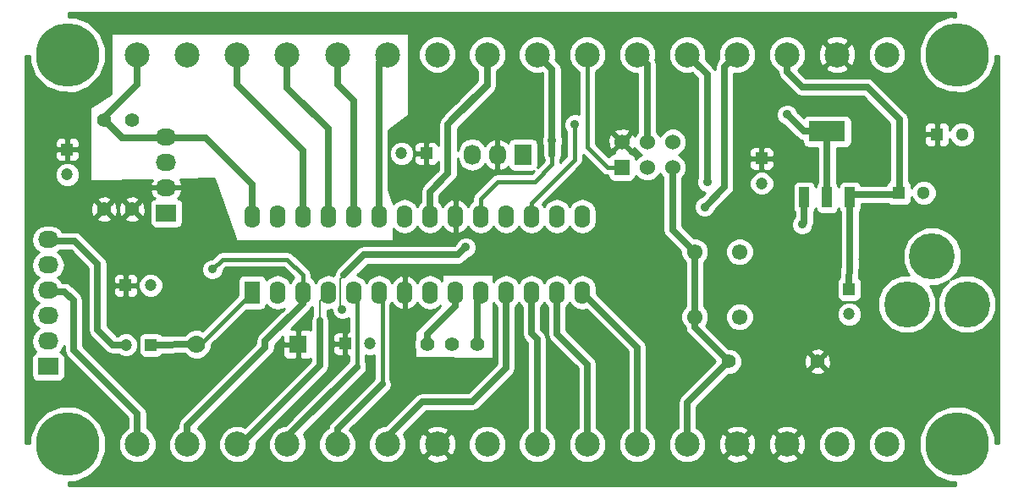
<source format=gbr>
G04 #@! TF.FileFunction,Copper,L1,Top,Plane*
%FSLAX46Y46*%
G04 Gerber Fmt 4.6, Leading zero omitted, Abs format (unit mm)*
G04 Created by KiCad (PCBNEW (after 2015-mar-04 BZR unknown)-product) date 8/29/2015 7:40:19 PM*
%MOMM*%
G01*
G04 APERTURE LIST*
%ADD10C,0.150000*%
%ADD11R,1.200000X1.200000*%
%ADD12C,1.200000*%
%ADD13R,2.032000X1.727200*%
%ADD14O,2.032000X1.727200*%
%ADD15R,1.727200X2.032000*%
%ADD16O,1.727200X2.032000*%
%ADD17R,1.524000X1.524000*%
%ADD18C,1.524000*%
%ADD19C,2.499360*%
%ADD20C,6.350000*%
%ADD21C,1.397000*%
%ADD22C,1.549400*%
%ADD23O,1.574800X2.286000*%
%ADD24R,1.574800X2.286000*%
%ADD25R,3.657600X2.032000*%
%ADD26R,1.016000X2.032000*%
%ADD27C,1.778000*%
%ADD28R,1.778000X1.778000*%
%ADD29R,1.300000X1.300000*%
%ADD30C,1.300000*%
%ADD31C,4.600000*%
%ADD32C,0.889000*%
%ADD33C,0.635000*%
%ADD34C,0.381000*%
%ADD35C,0.203200*%
%ADD36C,0.254000*%
G04 APERTURE END LIST*
D10*
D11*
X92456000Y-93853000D03*
D12*
X92456000Y-96353000D03*
D11*
X98298000Y-107442000D03*
D12*
X100798000Y-107442000D03*
D11*
X100838000Y-113411000D03*
D12*
X98338000Y-113411000D03*
D11*
X120269000Y-113284000D03*
D12*
X122769000Y-113284000D03*
D11*
X128397000Y-94234000D03*
D12*
X125897000Y-94234000D03*
D11*
X161925000Y-94742000D03*
D12*
X161925000Y-97242000D03*
D11*
X170688000Y-107823000D03*
D12*
X170688000Y-110323000D03*
D13*
X90551000Y-115570000D03*
D14*
X90551000Y-113030000D03*
X90551000Y-110490000D03*
X90551000Y-107950000D03*
X90551000Y-105410000D03*
X90551000Y-102870000D03*
D15*
X138049000Y-94361000D03*
D16*
X135509000Y-94361000D03*
X132969000Y-94361000D03*
D17*
X147955000Y-95631000D03*
D18*
X147955000Y-93091000D03*
X150495000Y-95631000D03*
X150495000Y-93091000D03*
X153035000Y-95631000D03*
X153035000Y-93091000D03*
D19*
X174474000Y-123340000D03*
X169472740Y-123340000D03*
X164474020Y-123340000D03*
X159472760Y-123340000D03*
X154474040Y-123340000D03*
X149472780Y-123340000D03*
X144474060Y-123340000D03*
X139472800Y-123340000D03*
X99474000Y-84340000D03*
X104475260Y-84340000D03*
X109473980Y-84340000D03*
X114475240Y-84340000D03*
X119473960Y-84340000D03*
X124475220Y-84340000D03*
X129473940Y-84340000D03*
X134475200Y-84340000D03*
X139474000Y-84340000D03*
X144475260Y-84340000D03*
X149473980Y-84340000D03*
X154475240Y-84340000D03*
X159473960Y-84340000D03*
X164475220Y-84340000D03*
X169473940Y-84340000D03*
X174475200Y-84340000D03*
X134474000Y-123340000D03*
X129472740Y-123340000D03*
X124474020Y-123340000D03*
X119472760Y-123340000D03*
X114474040Y-123340000D03*
X109472780Y-123340000D03*
X104474060Y-123340000D03*
X99472800Y-123340000D03*
D13*
X102362000Y-100203000D03*
D14*
X102362000Y-97663000D03*
X102362000Y-95123000D03*
X102362000Y-92583000D03*
D20*
X181474000Y-123340000D03*
X181474000Y-84340000D03*
X92474000Y-123340000D03*
X92474000Y-84340000D03*
D21*
X96139000Y-99822000D03*
X96139000Y-90932000D03*
X98933000Y-99822000D03*
X98933000Y-90932000D03*
X167513000Y-115062000D03*
X158623000Y-115062000D03*
D22*
X155223560Y-104088800D03*
X159724440Y-104088800D03*
X155223560Y-110591200D03*
X159724440Y-110591200D03*
D23*
X113504000Y-108150000D03*
X116044000Y-108150000D03*
X118584000Y-108150000D03*
X121124000Y-108150000D03*
X123664000Y-108150000D03*
X126204000Y-108150000D03*
X128744000Y-108150000D03*
X131284000Y-108150000D03*
X133824000Y-108150000D03*
X136364000Y-108150000D03*
X138904000Y-108150000D03*
X141444000Y-108150000D03*
X143984000Y-108150000D03*
D24*
X110964000Y-108150000D03*
D23*
X143984000Y-100530000D03*
X141444000Y-100530000D03*
X138904000Y-100530000D03*
X136364000Y-100530000D03*
X133824000Y-100530000D03*
X131284000Y-100530000D03*
X128744000Y-100530000D03*
X126204000Y-100530000D03*
X123664000Y-100530000D03*
X121124000Y-100530000D03*
X118584000Y-100530000D03*
X116044000Y-100530000D03*
X113504000Y-100530000D03*
X110964000Y-100530000D03*
D25*
X168474000Y-92038000D03*
D26*
X168474000Y-98642000D03*
X170760000Y-98642000D03*
X166188000Y-98642000D03*
D21*
X128474640Y-113340000D03*
X133473360Y-113340000D03*
X130974000Y-113340000D03*
D27*
X105394000Y-113340000D03*
D28*
X115554000Y-113340000D03*
D29*
X175641000Y-98171000D03*
D30*
X178141000Y-98171000D03*
D29*
X179474000Y-92340000D03*
D30*
X181974000Y-92340000D03*
D31*
X182474000Y-109340000D03*
X176474000Y-109340000D03*
X178974000Y-104540000D03*
D32*
X106974000Y-105840000D03*
X156474000Y-97090000D03*
X143224000Y-91340000D03*
X140970000Y-92964000D03*
X156224000Y-99590000D03*
X132334000Y-103632000D03*
X119974000Y-109840000D03*
X165974000Y-101340000D03*
X164474000Y-90340000D03*
D33*
X123664000Y-85151220D02*
X124475220Y-84340000D01*
X123664000Y-100530000D02*
X123664000Y-85151220D01*
X119473960Y-87339960D02*
X119473960Y-84340000D01*
X121124000Y-88990000D02*
X119473960Y-87339960D01*
X121124000Y-100530000D02*
X121124000Y-88990000D01*
X118584000Y-91787000D02*
X114475240Y-87678240D01*
X114475240Y-87678240D02*
X114475240Y-84340000D01*
X118584000Y-100530000D02*
X118584000Y-91787000D01*
X109473980Y-87339980D02*
X109473980Y-84340000D01*
X116044000Y-93910000D02*
X109473980Y-87339980D01*
X116044000Y-100530000D02*
X116044000Y-93910000D01*
X128744000Y-100530000D02*
X128744000Y-98078000D01*
X134475200Y-87393800D02*
X134475200Y-84340000D01*
X130556000Y-91313000D02*
X134475200Y-87393800D01*
X130556000Y-96266000D02*
X130556000Y-91313000D01*
X128744000Y-98078000D02*
X130556000Y-96266000D01*
D34*
X134475200Y-87338800D02*
X130974000Y-90840000D01*
D33*
X134475200Y-87338800D02*
X130974000Y-90840000D01*
X134475200Y-84340000D02*
X134475200Y-87338800D01*
X133473360Y-108500640D02*
X133824000Y-108150000D01*
X133473360Y-113340000D02*
X133473360Y-108500640D01*
X131284000Y-109530000D02*
X131284000Y-108150000D01*
X128474640Y-112339360D02*
X131284000Y-109530000D01*
X128474640Y-113340000D02*
X128474640Y-112339360D01*
X99472800Y-123340000D02*
X99472800Y-120300800D01*
X99472800Y-120300800D02*
X93091000Y-113919000D01*
X93091000Y-108957000D02*
X92204000Y-108070000D01*
X93091000Y-113919000D02*
X93091000Y-108957000D01*
X92204000Y-108070000D02*
X90474000Y-108070000D01*
X90474000Y-108070000D02*
X92204000Y-108070000D01*
D34*
X116044000Y-106410000D02*
X116044000Y-108150000D01*
D33*
X104474060Y-121458940D02*
X112268000Y-113665000D01*
X112268000Y-113665000D02*
X112268000Y-113030000D01*
X112268000Y-113030000D02*
X116044000Y-109254000D01*
X116044000Y-109254000D02*
X116044000Y-108150000D01*
X104474060Y-123340000D02*
X104474060Y-121458940D01*
D34*
X107974000Y-104840000D02*
X114474000Y-104840000D01*
X106974000Y-105840000D02*
X107974000Y-104840000D01*
X114474000Y-104840000D02*
X116044000Y-106410000D01*
D33*
X156474000Y-97090000D02*
X156474000Y-86338760D01*
X156474000Y-86338760D02*
X154475240Y-84340000D01*
D34*
X138904000Y-99160000D02*
X143224000Y-94840000D01*
X138904000Y-100530000D02*
X138904000Y-99160000D01*
D33*
X150474000Y-85340020D02*
X149473980Y-84340000D01*
X150474000Y-93070000D02*
X150474000Y-85340020D01*
D34*
X143224000Y-94840000D02*
X143224000Y-91340000D01*
X144475260Y-93591260D02*
X146494000Y-95610000D01*
X146494000Y-95610000D02*
X147934000Y-95610000D01*
X144475260Y-84340000D02*
X144475260Y-93591260D01*
X140970000Y-92964000D02*
X140974000Y-92964000D01*
X140974000Y-85840000D02*
X139474000Y-84340000D01*
X133824000Y-98740000D02*
X135474000Y-97090000D01*
X135474000Y-97090000D02*
X139224000Y-97090000D01*
X139224000Y-97090000D02*
X140974000Y-95340000D01*
X140974000Y-95340000D02*
X140974000Y-94340000D01*
X133824000Y-100530000D02*
X133824000Y-98740000D01*
D33*
X140974000Y-85840000D02*
X139474000Y-84340000D01*
X140974000Y-94340000D02*
X140974000Y-92964000D01*
X140974000Y-92964000D02*
X140974000Y-85840000D01*
X109832000Y-123340000D02*
X117729000Y-115443000D01*
X117729000Y-115443000D02*
X117729000Y-110998000D01*
X109472780Y-123340000D02*
X109832000Y-123340000D01*
D35*
X117729000Y-109005000D02*
X118584000Y-108150000D01*
X117729000Y-110236000D02*
X117729000Y-109005000D01*
X117729000Y-110998000D02*
X117729000Y-110236000D01*
D34*
X114474040Y-122589960D02*
X121474000Y-115590000D01*
X121474000Y-115590000D02*
X121474000Y-108500000D01*
X121474000Y-108500000D02*
X121124000Y-108150000D01*
D33*
X114474040Y-122589960D02*
X121474000Y-115590000D01*
X114474040Y-123340000D02*
X114474040Y-122589960D01*
D34*
X119472760Y-121841240D02*
X123974000Y-117340000D01*
X123974000Y-117340000D02*
X123974000Y-108460000D01*
X123974000Y-108460000D02*
X123664000Y-108150000D01*
D33*
X119472760Y-121841240D02*
X123974000Y-117340000D01*
X119472760Y-123340000D02*
X119472760Y-121841240D01*
D34*
X124474020Y-122589980D02*
X127974000Y-119090000D01*
X127974000Y-119090000D02*
X132974000Y-119090000D01*
X132974000Y-119090000D02*
X136364000Y-115700000D01*
D33*
X136364000Y-115700000D02*
X136364000Y-108150000D01*
X132974000Y-119090000D02*
X136364000Y-115700000D01*
X127974000Y-119090000D02*
X132974000Y-119090000D01*
X124474020Y-122589980D02*
X127974000Y-119090000D01*
X124474020Y-123340000D02*
X124474020Y-122589980D01*
D34*
X139472800Y-112838800D02*
X138904000Y-112270000D01*
X138904000Y-112270000D02*
X138904000Y-108150000D01*
D33*
X138904000Y-112270000D02*
X138904000Y-108150000D01*
X139472800Y-112838800D02*
X138904000Y-112270000D01*
X139472800Y-123340000D02*
X139472800Y-112838800D01*
D34*
X144474060Y-115340060D02*
X141444000Y-112310000D01*
X141444000Y-112310000D02*
X141444000Y-108150000D01*
D33*
X141444000Y-112310000D02*
X141444000Y-108150000D01*
X144474060Y-115340060D02*
X141444000Y-112310000D01*
X144474060Y-123340000D02*
X144474060Y-115340060D01*
D34*
X149472780Y-113638780D02*
X143984000Y-108150000D01*
D33*
X149472780Y-113638780D02*
X143984000Y-108150000D01*
X149472780Y-123340000D02*
X149472780Y-113638780D01*
X158224000Y-85589960D02*
X159473960Y-84340000D01*
X158224000Y-97590000D02*
X158224000Y-85589960D01*
X156224000Y-99590000D02*
X158224000Y-97590000D01*
X98298000Y-113411000D02*
X97028000Y-113411000D01*
X93211000Y-102990000D02*
X90474000Y-102990000D01*
X95504000Y-105283000D02*
X93211000Y-102990000D01*
X95504000Y-111887000D02*
X95504000Y-105283000D01*
X97028000Y-113411000D02*
X95504000Y-111887000D01*
D34*
X105774000Y-113340000D02*
X110964000Y-108150000D01*
X105394000Y-113340000D02*
X105774000Y-113340000D01*
D33*
X105394000Y-113340000D02*
X100838000Y-113411000D01*
X155223560Y-104088800D02*
X155223560Y-110591200D01*
X153014000Y-101879240D02*
X155223560Y-104088800D01*
X153014000Y-95610000D02*
X153014000Y-101879240D01*
X154474040Y-119210960D02*
X158623000Y-115062000D01*
X154474040Y-123340000D02*
X154474040Y-119210960D01*
X155223560Y-111662560D02*
X158623000Y-115062000D01*
X155223560Y-110591200D02*
X155223560Y-111662560D01*
X96139000Y-90932000D02*
X96139000Y-90678000D01*
X96139000Y-90678000D02*
X99474000Y-87343000D01*
X99474000Y-87343000D02*
X99474000Y-84340000D01*
X97917000Y-92710000D02*
X96139000Y-90932000D01*
X97474000Y-92140000D02*
X96139000Y-90932000D01*
X110964000Y-97375000D02*
X110964000Y-100530000D01*
X98044000Y-92710000D02*
X97474000Y-92140000D01*
X106299000Y-92710000D02*
X110964000Y-97375000D01*
X102616000Y-92710000D02*
X97917000Y-92710000D01*
X102616000Y-92710000D02*
X98044000Y-92710000D01*
X102616000Y-92710000D02*
X106299000Y-92710000D01*
X171062000Y-98340000D02*
X170760000Y-98642000D01*
X175704000Y-98340000D02*
X171062000Y-98340000D01*
X170760000Y-104784000D02*
X170688000Y-107823000D01*
X170760000Y-98642000D02*
X170760000Y-104784000D01*
X164475220Y-86091220D02*
X164475220Y-84340000D01*
X165974000Y-87590000D02*
X164475220Y-86091220D01*
X172474000Y-87590000D02*
X165974000Y-87590000D01*
X175704000Y-90820000D02*
X172474000Y-87590000D01*
X175704000Y-98340000D02*
X175704000Y-90820000D01*
X131572000Y-104394000D02*
X132334000Y-103632000D01*
X122174000Y-104394000D02*
X131572000Y-104394000D01*
X120142000Y-106426000D02*
X122174000Y-104394000D01*
D35*
X119761000Y-109627000D02*
X119761000Y-106807000D01*
X119761000Y-106807000D02*
X120142000Y-106426000D01*
X119974000Y-109840000D02*
X119761000Y-109627000D01*
D33*
X166188000Y-101126000D02*
X165974000Y-101340000D01*
X166188000Y-98642000D02*
X166188000Y-101126000D01*
X166172000Y-92038000D02*
X164474000Y-90340000D01*
X168474000Y-92038000D02*
X166172000Y-92038000D01*
X168474000Y-92038000D02*
X168474000Y-98642000D01*
D36*
G36*
X185648500Y-123213000D02*
X185409508Y-123213000D01*
X185409508Y-108758754D01*
X184963623Y-107679628D01*
X184138715Y-106853279D01*
X183259223Y-106488082D01*
X183259223Y-92085519D01*
X183064005Y-91613057D01*
X182702845Y-91251265D01*
X182230724Y-91055223D01*
X181719519Y-91054777D01*
X181247057Y-91249995D01*
X180885265Y-91611155D01*
X180759000Y-91915234D01*
X180759000Y-91816309D01*
X180759000Y-91563690D01*
X180662327Y-91330301D01*
X180483698Y-91151673D01*
X180250309Y-91055000D01*
X179759750Y-91055000D01*
X179601000Y-91213750D01*
X179601000Y-92213000D01*
X179621000Y-92213000D01*
X179621000Y-92467000D01*
X179601000Y-92467000D01*
X179601000Y-93466250D01*
X179759750Y-93625000D01*
X180250309Y-93625000D01*
X180483698Y-93528327D01*
X180662327Y-93349699D01*
X180759000Y-93116310D01*
X180759000Y-92863691D01*
X180759000Y-92764433D01*
X180883995Y-93066943D01*
X181245155Y-93428735D01*
X181717276Y-93624777D01*
X182228481Y-93625223D01*
X182700943Y-93430005D01*
X183062735Y-93068845D01*
X183258777Y-92596724D01*
X183259223Y-92085519D01*
X183259223Y-106488082D01*
X183060369Y-106405511D01*
X181892754Y-106404492D01*
X180814145Y-106850163D01*
X181460721Y-106204715D01*
X181908489Y-105126369D01*
X181909508Y-103958754D01*
X181463623Y-102879628D01*
X180638715Y-102053279D01*
X179560369Y-101605511D01*
X179426223Y-101605393D01*
X179426223Y-97916519D01*
X179347000Y-97724785D01*
X179347000Y-93466250D01*
X179347000Y-92467000D01*
X179347000Y-92213000D01*
X179347000Y-91213750D01*
X179188250Y-91055000D01*
X178697691Y-91055000D01*
X178464302Y-91151673D01*
X178285673Y-91330301D01*
X178189000Y-91563690D01*
X178189000Y-91816309D01*
X178189000Y-92054250D01*
X178347750Y-92213000D01*
X179347000Y-92213000D01*
X179347000Y-92467000D01*
X178347750Y-92467000D01*
X178189000Y-92625750D01*
X178189000Y-92863691D01*
X178189000Y-93116310D01*
X178285673Y-93349699D01*
X178464302Y-93528327D01*
X178697691Y-93625000D01*
X179188250Y-93625000D01*
X179347000Y-93466250D01*
X179347000Y-97724785D01*
X179231005Y-97444057D01*
X178869845Y-97082265D01*
X178397724Y-96886223D01*
X177886519Y-96885777D01*
X177414057Y-97080995D01*
X177052265Y-97442155D01*
X176938440Y-97716275D01*
X176938440Y-97521000D01*
X176891463Y-97278877D01*
X176751673Y-97066073D01*
X176656500Y-97001829D01*
X176656500Y-90820000D01*
X176583995Y-90455494D01*
X176377519Y-90146481D01*
X176360206Y-90129168D01*
X176360206Y-83966759D01*
X176073886Y-83273809D01*
X175544179Y-82743178D01*
X174851731Y-82455648D01*
X174101959Y-82454994D01*
X173409009Y-82741314D01*
X172878378Y-83271021D01*
X172590848Y-83963469D01*
X172590194Y-84713241D01*
X172876514Y-85406191D01*
X173406221Y-85936822D01*
X174098669Y-86224352D01*
X174848441Y-86225006D01*
X175541391Y-85938686D01*
X176072022Y-85408979D01*
X176359552Y-84716531D01*
X176360206Y-83966759D01*
X176360206Y-90129168D01*
X173147519Y-86916481D01*
X172838506Y-86710005D01*
X172474000Y-86637500D01*
X171368011Y-86637500D01*
X171368011Y-84664117D01*
X171347868Y-83914616D01*
X171099799Y-83315725D01*
X170807029Y-83186517D01*
X170627423Y-83366122D01*
X170627423Y-83006911D01*
X170498215Y-82714141D01*
X169798057Y-82445929D01*
X169048556Y-82466072D01*
X168449665Y-82714141D01*
X168320457Y-83006911D01*
X169473940Y-84160395D01*
X170627423Y-83006911D01*
X170627423Y-83366122D01*
X169653545Y-84340000D01*
X170807029Y-85493483D01*
X171099799Y-85364275D01*
X171368011Y-84664117D01*
X171368011Y-86637500D01*
X170627423Y-86637500D01*
X170627423Y-85673089D01*
X169473940Y-84519605D01*
X169294335Y-84699210D01*
X169294335Y-84340000D01*
X168140851Y-83186517D01*
X167848081Y-83315725D01*
X167579869Y-84015883D01*
X167600012Y-84765384D01*
X167848081Y-85364275D01*
X168140851Y-85493483D01*
X169294335Y-84340000D01*
X169294335Y-84699210D01*
X168320457Y-85673089D01*
X168449665Y-85965859D01*
X169149823Y-86234071D01*
X169899324Y-86213928D01*
X170498215Y-85965859D01*
X170627423Y-85673089D01*
X170627423Y-86637500D01*
X166368537Y-86637500D01*
X165605623Y-85874585D01*
X166072042Y-85408979D01*
X166359572Y-84716531D01*
X166360226Y-83966759D01*
X166073906Y-83273809D01*
X165544199Y-82743178D01*
X164851751Y-82455648D01*
X164101979Y-82454994D01*
X163409029Y-82741314D01*
X162878398Y-83271021D01*
X162590868Y-83963469D01*
X162590214Y-84713241D01*
X162876534Y-85406191D01*
X163406241Y-85936822D01*
X163522720Y-85985188D01*
X163522720Y-86091220D01*
X163595225Y-86455726D01*
X163801701Y-86764739D01*
X165300481Y-88263519D01*
X165609494Y-88469995D01*
X165974000Y-88542500D01*
X172079462Y-88542500D01*
X174751500Y-91214538D01*
X174751500Y-96920028D01*
X174748877Y-96920537D01*
X174536073Y-97060327D01*
X174393623Y-97271360D01*
X174370332Y-97387500D01*
X171869165Y-97387500D01*
X171868463Y-97383877D01*
X171728673Y-97171073D01*
X171517640Y-97028623D01*
X171268000Y-96978560D01*
X170252000Y-96978560D01*
X170009877Y-97025537D01*
X169797073Y-97165327D01*
X169654623Y-97376360D01*
X169617205Y-97562942D01*
X169582463Y-97383877D01*
X169442673Y-97171073D01*
X169426500Y-97160156D01*
X169426500Y-93701440D01*
X170302800Y-93701440D01*
X170544923Y-93654463D01*
X170757727Y-93514673D01*
X170900177Y-93303640D01*
X170950240Y-93054000D01*
X170950240Y-91022000D01*
X170903263Y-90779877D01*
X170763473Y-90567073D01*
X170552440Y-90424623D01*
X170302800Y-90374560D01*
X166645200Y-90374560D01*
X166403077Y-90421537D01*
X166190273Y-90561327D01*
X166130667Y-90649629D01*
X165515968Y-90034930D01*
X165389689Y-89729311D01*
X165086286Y-89425378D01*
X164689668Y-89260687D01*
X164260216Y-89260313D01*
X163863311Y-89424311D01*
X163559378Y-89727714D01*
X163394687Y-90124332D01*
X163394313Y-90553784D01*
X163558311Y-90950689D01*
X163861714Y-91254622D01*
X164169309Y-91382347D01*
X165498481Y-92711519D01*
X165807494Y-92917995D01*
X165997760Y-92955841D01*
X165997760Y-93054000D01*
X166044737Y-93296123D01*
X166184527Y-93508927D01*
X166395560Y-93651377D01*
X166645200Y-93701440D01*
X167521500Y-93701440D01*
X167521500Y-97158477D01*
X167511073Y-97165327D01*
X167368623Y-97376360D01*
X167331205Y-97562942D01*
X167296463Y-97383877D01*
X167156673Y-97171073D01*
X166945640Y-97028623D01*
X166696000Y-96978560D01*
X165680000Y-96978560D01*
X165437877Y-97025537D01*
X165225073Y-97165327D01*
X165082623Y-97376360D01*
X165032560Y-97626000D01*
X165032560Y-99658000D01*
X165079537Y-99900123D01*
X165219327Y-100112927D01*
X165235500Y-100123843D01*
X165235500Y-100551899D01*
X165059378Y-100727714D01*
X164894687Y-101124332D01*
X164894313Y-101553784D01*
X165058311Y-101950689D01*
X165361714Y-102254622D01*
X165758332Y-102419313D01*
X166187784Y-102419687D01*
X166584689Y-102255689D01*
X166888622Y-101952286D01*
X167053313Y-101555668D01*
X167053350Y-101512422D01*
X167067995Y-101490506D01*
X167140500Y-101126000D01*
X167140500Y-100125522D01*
X167150927Y-100118673D01*
X167293377Y-99907640D01*
X167330794Y-99721057D01*
X167365537Y-99900123D01*
X167505327Y-100112927D01*
X167716360Y-100255377D01*
X167966000Y-100305440D01*
X168982000Y-100305440D01*
X169224123Y-100258463D01*
X169436927Y-100118673D01*
X169579377Y-99907640D01*
X169616794Y-99721057D01*
X169651537Y-99900123D01*
X169791327Y-100112927D01*
X169807500Y-100123843D01*
X169807500Y-104772708D01*
X169762374Y-106677389D01*
X169633073Y-106762327D01*
X169490623Y-106973360D01*
X169440560Y-107223000D01*
X169440560Y-108423000D01*
X169487537Y-108665123D01*
X169627327Y-108877927D01*
X169838360Y-109020377D01*
X170088000Y-109070440D01*
X171288000Y-109070440D01*
X171530123Y-109023463D01*
X171742927Y-108883673D01*
X171885377Y-108672640D01*
X171935440Y-108423000D01*
X171935440Y-107223000D01*
X171888463Y-106980877D01*
X171748673Y-106768073D01*
X171667065Y-106712987D01*
X171712233Y-104806560D01*
X171710261Y-104795254D01*
X171712500Y-104784000D01*
X171712500Y-100125522D01*
X171722927Y-100118673D01*
X171865377Y-99907640D01*
X171915440Y-99658000D01*
X171915440Y-99292500D01*
X174554879Y-99292500D01*
X174741360Y-99418377D01*
X174991000Y-99468440D01*
X176291000Y-99468440D01*
X176533123Y-99421463D01*
X176745927Y-99281673D01*
X176888377Y-99070640D01*
X176938440Y-98821000D01*
X176938440Y-98625540D01*
X177050995Y-98897943D01*
X177412155Y-99259735D01*
X177884276Y-99455777D01*
X178395481Y-99456223D01*
X178867943Y-99261005D01*
X179229735Y-98899845D01*
X179425777Y-98427724D01*
X179426223Y-97916519D01*
X179426223Y-101605393D01*
X178392754Y-101604492D01*
X177313628Y-102050377D01*
X176487279Y-102875285D01*
X176039511Y-103953631D01*
X176038492Y-105121246D01*
X176484377Y-106200372D01*
X176688834Y-106405186D01*
X175892754Y-106404492D01*
X174813628Y-106850377D01*
X173987279Y-107675285D01*
X173539511Y-108753631D01*
X173538492Y-109921246D01*
X173984377Y-111000372D01*
X174809285Y-111826721D01*
X175887631Y-112274489D01*
X177055246Y-112275508D01*
X178134372Y-111829623D01*
X178960721Y-111004715D01*
X179408489Y-109926369D01*
X179409508Y-108758754D01*
X178963623Y-107679628D01*
X178759165Y-107474813D01*
X179555246Y-107475508D01*
X180633854Y-107029836D01*
X179987279Y-107675285D01*
X179539511Y-108753631D01*
X179538492Y-109921246D01*
X179984377Y-111000372D01*
X180809285Y-111826721D01*
X181887631Y-112274489D01*
X183055246Y-112275508D01*
X184134372Y-111829623D01*
X184960721Y-111004715D01*
X185408489Y-109926369D01*
X185409508Y-108758754D01*
X185409508Y-123213000D01*
X185284112Y-123213000D01*
X185284660Y-122585469D01*
X184705844Y-121184628D01*
X183635009Y-120111923D01*
X182235181Y-119530663D01*
X180719469Y-119529340D01*
X179318628Y-120108156D01*
X178245923Y-121178991D01*
X177664663Y-122578819D01*
X177663340Y-124094531D01*
X178242156Y-125495372D01*
X179312991Y-126568077D01*
X180712819Y-127149337D01*
X181347000Y-127149890D01*
X181347000Y-127514500D01*
X176359006Y-127514500D01*
X176359006Y-122966759D01*
X176072686Y-122273809D01*
X175542979Y-121743178D01*
X174850531Y-121455648D01*
X174100759Y-121454994D01*
X173407809Y-121741314D01*
X172877178Y-122271021D01*
X172589648Y-122963469D01*
X172588994Y-123713241D01*
X172875314Y-124406191D01*
X173405021Y-124936822D01*
X174097469Y-125224352D01*
X174847241Y-125225006D01*
X175540191Y-124938686D01*
X176070822Y-124408979D01*
X176358352Y-123716531D01*
X176359006Y-122966759D01*
X176359006Y-127514500D01*
X171923214Y-127514500D01*
X171923214Y-110078421D01*
X171735592Y-109624343D01*
X171388485Y-109276629D01*
X170934734Y-109088215D01*
X170443421Y-109087786D01*
X169989343Y-109275408D01*
X169641629Y-109622515D01*
X169453215Y-110076266D01*
X169452786Y-110567579D01*
X169640408Y-111021657D01*
X169987515Y-111369371D01*
X170441266Y-111557785D01*
X170932579Y-111558214D01*
X171386657Y-111370592D01*
X171734371Y-111023485D01*
X171922785Y-110569734D01*
X171923214Y-110078421D01*
X171923214Y-127514500D01*
X171357746Y-127514500D01*
X171357746Y-122966759D01*
X171071426Y-122273809D01*
X170541719Y-121743178D01*
X169849271Y-121455648D01*
X169099499Y-121454994D01*
X168858927Y-121554395D01*
X168858927Y-115254520D01*
X168830148Y-114724801D01*
X168682800Y-114369071D01*
X168447188Y-114307417D01*
X168267583Y-114487022D01*
X168267583Y-114127812D01*
X168205929Y-113892200D01*
X167705520Y-113716073D01*
X167175801Y-113744852D01*
X166820071Y-113892200D01*
X166758417Y-114127812D01*
X167513000Y-114882395D01*
X168267583Y-114127812D01*
X168267583Y-114487022D01*
X167692605Y-115062000D01*
X168447188Y-115816583D01*
X168682800Y-115754929D01*
X168858927Y-115254520D01*
X168858927Y-121554395D01*
X168406549Y-121741314D01*
X168267583Y-121880038D01*
X168267583Y-115996188D01*
X167513000Y-115241605D01*
X167333395Y-115421210D01*
X167333395Y-115062000D01*
X166578812Y-114307417D01*
X166343200Y-114369071D01*
X166167073Y-114869480D01*
X166195852Y-115399199D01*
X166343200Y-115754929D01*
X166578812Y-115816583D01*
X167333395Y-115062000D01*
X167333395Y-115421210D01*
X166758417Y-115996188D01*
X166820071Y-116231800D01*
X167320480Y-116407927D01*
X167850199Y-116379148D01*
X168205929Y-116231800D01*
X168267583Y-115996188D01*
X168267583Y-121880038D01*
X167875918Y-122271021D01*
X167588388Y-122963469D01*
X167587734Y-123713241D01*
X167874054Y-124406191D01*
X168403761Y-124936822D01*
X169096209Y-125224352D01*
X169845981Y-125225006D01*
X170538931Y-124938686D01*
X171069562Y-124408979D01*
X171357092Y-123716531D01*
X171357746Y-122966759D01*
X171357746Y-127514500D01*
X166368091Y-127514500D01*
X166368091Y-123664117D01*
X166347948Y-122914616D01*
X166099879Y-122315725D01*
X165807109Y-122186517D01*
X165627503Y-122366122D01*
X165627503Y-122006911D01*
X165498295Y-121714141D01*
X164798137Y-121445929D01*
X164048636Y-121466072D01*
X163449745Y-121714141D01*
X163320537Y-122006911D01*
X164474020Y-123160395D01*
X165627503Y-122006911D01*
X165627503Y-122366122D01*
X164653625Y-123340000D01*
X165807109Y-124493483D01*
X166099879Y-124364275D01*
X166368091Y-123664117D01*
X166368091Y-127514500D01*
X165627503Y-127514500D01*
X165627503Y-124673089D01*
X164474020Y-123519605D01*
X164294415Y-123699210D01*
X164294415Y-123340000D01*
X163160214Y-122205799D01*
X163160214Y-96997421D01*
X163160000Y-96996903D01*
X163160000Y-95468309D01*
X163160000Y-95027750D01*
X163160000Y-94456250D01*
X163160000Y-94015691D01*
X163063327Y-93782302D01*
X162884699Y-93603673D01*
X162651310Y-93507000D01*
X162398691Y-93507000D01*
X162210750Y-93507000D01*
X162052000Y-93665750D01*
X162052000Y-94615000D01*
X163001250Y-94615000D01*
X163160000Y-94456250D01*
X163160000Y-95027750D01*
X163001250Y-94869000D01*
X162052000Y-94869000D01*
X162052000Y-95818250D01*
X162210750Y-95977000D01*
X162398691Y-95977000D01*
X162651310Y-95977000D01*
X162884699Y-95880327D01*
X163063327Y-95701698D01*
X163160000Y-95468309D01*
X163160000Y-96996903D01*
X162972592Y-96543343D01*
X162625485Y-96195629D01*
X162171734Y-96007215D01*
X161798000Y-96006888D01*
X161798000Y-95818250D01*
X161798000Y-94869000D01*
X161798000Y-94615000D01*
X161798000Y-93665750D01*
X161639250Y-93507000D01*
X161451309Y-93507000D01*
X161358966Y-93507000D01*
X161358966Y-83966759D01*
X161072646Y-83273809D01*
X160542939Y-82743178D01*
X159850491Y-82455648D01*
X159100719Y-82454994D01*
X158407769Y-82741314D01*
X157877138Y-83271021D01*
X157589608Y-83963469D01*
X157588954Y-84713241D01*
X157637117Y-84829804D01*
X157550481Y-84916441D01*
X157344005Y-85225454D01*
X157271500Y-85589960D01*
X157271500Y-85850791D01*
X157147519Y-85665241D01*
X157147519Y-85665240D01*
X156312417Y-84830139D01*
X156359592Y-84716531D01*
X156360246Y-83966759D01*
X156073926Y-83273809D01*
X155544219Y-82743178D01*
X154851771Y-82455648D01*
X154101999Y-82454994D01*
X153409049Y-82741314D01*
X152878418Y-83271021D01*
X152590888Y-83963469D01*
X152590234Y-84713241D01*
X152876554Y-85406191D01*
X153406261Y-85936822D01*
X154098709Y-86224352D01*
X154848481Y-86225006D01*
X154965044Y-86176843D01*
X155521500Y-86733298D01*
X155521500Y-96568933D01*
X155394687Y-96874332D01*
X155394313Y-97303784D01*
X155558311Y-97700689D01*
X155861714Y-98004622D01*
X156258332Y-98169313D01*
X156297614Y-98169347D01*
X155918930Y-98548031D01*
X155613311Y-98674311D01*
X155309378Y-98977714D01*
X155144687Y-99374332D01*
X155144313Y-99803784D01*
X155308311Y-100200689D01*
X155611714Y-100504622D01*
X156008332Y-100669313D01*
X156437784Y-100669687D01*
X156834689Y-100505689D01*
X157138622Y-100202286D01*
X157266347Y-99894690D01*
X158897519Y-98263519D01*
X159103995Y-97954506D01*
X159176500Y-97590000D01*
X159176500Y-86224420D01*
X159847201Y-86225006D01*
X160540151Y-85938686D01*
X161070782Y-85408979D01*
X161358312Y-84716531D01*
X161358966Y-83966759D01*
X161358966Y-93507000D01*
X161198690Y-93507000D01*
X160965301Y-93603673D01*
X160786673Y-93782302D01*
X160690000Y-94015691D01*
X160690000Y-94456250D01*
X160848750Y-94615000D01*
X161798000Y-94615000D01*
X161798000Y-94869000D01*
X160848750Y-94869000D01*
X160690000Y-95027750D01*
X160690000Y-95468309D01*
X160786673Y-95701698D01*
X160965301Y-95880327D01*
X161198690Y-95977000D01*
X161451309Y-95977000D01*
X161639250Y-95977000D01*
X161798000Y-95818250D01*
X161798000Y-96006888D01*
X161680421Y-96006786D01*
X161226343Y-96194408D01*
X160878629Y-96541515D01*
X160690215Y-96995266D01*
X160689786Y-97486579D01*
X160877408Y-97940657D01*
X161224515Y-98288371D01*
X161678266Y-98476785D01*
X162169579Y-98477214D01*
X162623657Y-98289592D01*
X162971371Y-97942485D01*
X163159785Y-97488734D01*
X163160214Y-96997421D01*
X163160214Y-122205799D01*
X163140931Y-122186517D01*
X162848161Y-122315725D01*
X162579949Y-123015883D01*
X162600092Y-123765384D01*
X162848161Y-124364275D01*
X163140931Y-124493483D01*
X164294415Y-123340000D01*
X164294415Y-123699210D01*
X163320537Y-124673089D01*
X163449745Y-124965859D01*
X164149903Y-125234071D01*
X164899404Y-125213928D01*
X165498295Y-124965859D01*
X165627503Y-124673089D01*
X165627503Y-127514500D01*
X161366831Y-127514500D01*
X161366831Y-123664117D01*
X161346688Y-122914616D01*
X161134385Y-122402071D01*
X161134385Y-110312023D01*
X161134385Y-103809623D01*
X160920223Y-103291312D01*
X160524014Y-102894411D01*
X160006077Y-102679345D01*
X159445263Y-102678855D01*
X158926952Y-102893017D01*
X158530051Y-103289226D01*
X158314985Y-103807163D01*
X158314495Y-104367977D01*
X158528657Y-104886288D01*
X158924866Y-105283189D01*
X159442803Y-105498255D01*
X160003617Y-105498745D01*
X160521928Y-105284583D01*
X160918829Y-104888374D01*
X161133895Y-104370437D01*
X161134385Y-103809623D01*
X161134385Y-110312023D01*
X160920223Y-109793712D01*
X160524014Y-109396811D01*
X160006077Y-109181745D01*
X159445263Y-109181255D01*
X158926952Y-109395417D01*
X158530051Y-109791626D01*
X158314985Y-110309563D01*
X158314495Y-110870377D01*
X158528657Y-111388688D01*
X158924866Y-111785589D01*
X159442803Y-112000655D01*
X160003617Y-112001145D01*
X160521928Y-111786983D01*
X160918829Y-111390774D01*
X161133895Y-110872837D01*
X161134385Y-110312023D01*
X161134385Y-122402071D01*
X161098619Y-122315725D01*
X160805849Y-122186517D01*
X160626243Y-122366122D01*
X160626243Y-122006911D01*
X160497035Y-121714141D01*
X159956731Y-121507164D01*
X159956731Y-114797914D01*
X159754146Y-114307620D01*
X159379353Y-113932173D01*
X158889413Y-113728732D01*
X158636549Y-113728511D01*
X156358328Y-111450290D01*
X156417949Y-111390774D01*
X156633015Y-110872837D01*
X156633505Y-110312023D01*
X156419343Y-109793712D01*
X156176060Y-109550004D01*
X156176060Y-105129841D01*
X156417949Y-104888374D01*
X156633015Y-104370437D01*
X156633505Y-103809623D01*
X156419343Y-103291312D01*
X156023134Y-102894411D01*
X155505197Y-102679345D01*
X155160842Y-102679044D01*
X153966500Y-101484702D01*
X153966500Y-96675059D01*
X154218629Y-96423370D01*
X154431757Y-95910100D01*
X154432242Y-95354339D01*
X154220010Y-94840697D01*
X153827370Y-94447371D01*
X153619487Y-94361050D01*
X153825303Y-94276010D01*
X154218629Y-93883370D01*
X154431757Y-93370100D01*
X154432242Y-92814339D01*
X154220010Y-92300697D01*
X153827370Y-91907371D01*
X153314100Y-91694243D01*
X152758339Y-91693758D01*
X152244697Y-91905990D01*
X151851371Y-92298630D01*
X151765050Y-92506512D01*
X151680010Y-92300697D01*
X151426500Y-92046744D01*
X151426500Y-85340020D01*
X151353995Y-84975514D01*
X151290346Y-84880257D01*
X151358332Y-84716531D01*
X151358986Y-83966759D01*
X151072666Y-83273809D01*
X150542959Y-82743178D01*
X149850511Y-82455648D01*
X149100739Y-82454994D01*
X148407789Y-82741314D01*
X147877158Y-83271021D01*
X147589628Y-83963469D01*
X147588974Y-84713241D01*
X147875294Y-85406191D01*
X148405001Y-85936822D01*
X149097449Y-86224352D01*
X149521500Y-86224721D01*
X149521500Y-92088867D01*
X149311371Y-92298630D01*
X149231605Y-92490727D01*
X149177397Y-92359857D01*
X148935213Y-92290392D01*
X148755608Y-92469997D01*
X148755608Y-92110787D01*
X148686143Y-91868603D01*
X148162698Y-91681856D01*
X147607632Y-91709638D01*
X147223857Y-91868603D01*
X147154392Y-92110787D01*
X147955000Y-92911395D01*
X148755608Y-92110787D01*
X148755608Y-92469997D01*
X148134605Y-93091000D01*
X148935213Y-93891608D01*
X149177397Y-93822143D01*
X149227508Y-93681682D01*
X149309990Y-93881303D01*
X149702630Y-94274629D01*
X149910512Y-94360949D01*
X149704697Y-94445990D01*
X149350892Y-94799177D01*
X149317463Y-94626877D01*
X149177673Y-94414073D01*
X148966640Y-94271623D01*
X148717000Y-94221560D01*
X148712484Y-94221560D01*
X148755608Y-94071213D01*
X147955000Y-93270605D01*
X147775395Y-93450210D01*
X147775395Y-93091000D01*
X146974787Y-92290392D01*
X146732603Y-92359857D01*
X146545856Y-92883302D01*
X146573638Y-93438368D01*
X146732603Y-93822143D01*
X146974787Y-93891608D01*
X147775395Y-93091000D01*
X147775395Y-93450210D01*
X147154392Y-94071213D01*
X147197515Y-94221560D01*
X147193000Y-94221560D01*
X146950877Y-94268537D01*
X146738073Y-94408327D01*
X146625915Y-94574482D01*
X145300760Y-93249326D01*
X145300760Y-86038137D01*
X145541451Y-85938686D01*
X146072082Y-85408979D01*
X146359612Y-84716531D01*
X146360266Y-83966759D01*
X146073946Y-83273809D01*
X145544239Y-82743178D01*
X144851791Y-82455648D01*
X144102019Y-82454994D01*
X143409069Y-82741314D01*
X142878438Y-83271021D01*
X142590908Y-83963469D01*
X142590254Y-84713241D01*
X142876574Y-85406191D01*
X143406281Y-85936822D01*
X143649760Y-86037923D01*
X143649760Y-90347925D01*
X143439668Y-90260687D01*
X143010216Y-90260313D01*
X142613311Y-90424311D01*
X142309378Y-90727714D01*
X142144687Y-91124332D01*
X142144313Y-91553784D01*
X142308311Y-91950689D01*
X142398500Y-92041035D01*
X142398500Y-94498066D01*
X141799500Y-95097066D01*
X141799500Y-94786063D01*
X141853995Y-94704506D01*
X141926500Y-94340000D01*
X141926500Y-93475433D01*
X142049313Y-93179668D01*
X142049687Y-92750216D01*
X141926500Y-92452081D01*
X141926500Y-85840000D01*
X141853995Y-85475494D01*
X141647519Y-85166481D01*
X141311177Y-84830139D01*
X141358352Y-84716531D01*
X141359006Y-83966759D01*
X141072686Y-83273809D01*
X140542979Y-82743178D01*
X139850531Y-82455648D01*
X139100759Y-82454994D01*
X138407809Y-82741314D01*
X137877178Y-83271021D01*
X137589648Y-83963469D01*
X137588994Y-84713241D01*
X137875314Y-85406191D01*
X138405021Y-85936822D01*
X139097469Y-86224352D01*
X139847241Y-86225006D01*
X139963804Y-86176842D01*
X140021500Y-86234538D01*
X140021500Y-92433300D01*
X139890687Y-92748332D01*
X139890313Y-93177784D01*
X140021500Y-93495280D01*
X140021500Y-94340000D01*
X140094005Y-94704506D01*
X140148500Y-94786063D01*
X140148500Y-94998066D01*
X139489311Y-95657255D01*
X139509977Y-95626640D01*
X139560040Y-95377000D01*
X139560040Y-93345000D01*
X139513063Y-93102877D01*
X139373273Y-92890073D01*
X139162240Y-92747623D01*
X138912600Y-92697560D01*
X137185400Y-92697560D01*
X136943277Y-92744537D01*
X136730473Y-92884327D01*
X136588023Y-93095360D01*
X136569516Y-93187645D01*
X136411036Y-93010268D01*
X136360206Y-92985782D01*
X136360206Y-83966759D01*
X136073886Y-83273809D01*
X135544179Y-82743178D01*
X134851731Y-82455648D01*
X134101959Y-82454994D01*
X133409009Y-82741314D01*
X132878378Y-83271021D01*
X132590848Y-83963469D01*
X132590194Y-84713241D01*
X132876514Y-85406191D01*
X133406221Y-85936822D01*
X133522700Y-85985188D01*
X133522700Y-86944261D01*
X131358946Y-89108015D01*
X131358946Y-83966759D01*
X131072626Y-83273809D01*
X130542919Y-82743178D01*
X129850471Y-82455648D01*
X129100699Y-82454994D01*
X128407749Y-82741314D01*
X127877118Y-83271021D01*
X127589588Y-83963469D01*
X127588934Y-84713241D01*
X127875254Y-85406191D01*
X128404961Y-85936822D01*
X129097409Y-86224352D01*
X129847181Y-86225006D01*
X130540131Y-85938686D01*
X131070762Y-85408979D01*
X131358292Y-84716531D01*
X131358946Y-83966759D01*
X131358946Y-89108015D01*
X130300481Y-90166481D01*
X130189728Y-90332233D01*
X129882481Y-90639481D01*
X129676005Y-90948494D01*
X129603500Y-91313000D01*
X129603500Y-93438884D01*
X129535327Y-93274301D01*
X129356698Y-93095673D01*
X129123309Y-92999000D01*
X128682750Y-92999000D01*
X128524000Y-93157750D01*
X128524000Y-94107000D01*
X128544000Y-94107000D01*
X128544000Y-94361000D01*
X128524000Y-94361000D01*
X128524000Y-95310250D01*
X128682750Y-95469000D01*
X129123309Y-95469000D01*
X129356698Y-95372327D01*
X129535327Y-95193699D01*
X129603500Y-95029115D01*
X129603500Y-95871462D01*
X128270000Y-97204962D01*
X128270000Y-95310250D01*
X128270000Y-94361000D01*
X128270000Y-94107000D01*
X128270000Y-93157750D01*
X128111250Y-92999000D01*
X127670691Y-92999000D01*
X127437302Y-93095673D01*
X127258673Y-93274301D01*
X127162000Y-93507690D01*
X127162000Y-93760309D01*
X127162000Y-93948250D01*
X127320750Y-94107000D01*
X128270000Y-94107000D01*
X128270000Y-94361000D01*
X127320750Y-94361000D01*
X127162000Y-94519750D01*
X127162000Y-94707691D01*
X127162000Y-94960310D01*
X127258673Y-95193699D01*
X127437302Y-95372327D01*
X127670691Y-95469000D01*
X128111250Y-95469000D01*
X128270000Y-95310250D01*
X128270000Y-97204962D01*
X128070481Y-97404481D01*
X127864005Y-97713494D01*
X127791500Y-98078000D01*
X127791500Y-99098171D01*
X127738211Y-99133778D01*
X127473999Y-99529198D01*
X127209789Y-99133778D01*
X127132214Y-99081944D01*
X127132214Y-93989421D01*
X126944592Y-93535343D01*
X126597485Y-93187629D01*
X126143734Y-92999215D01*
X125652421Y-92998786D01*
X125198343Y-93186408D01*
X124850629Y-93533515D01*
X124662215Y-93987266D01*
X124661786Y-94478579D01*
X124849408Y-94932657D01*
X125196515Y-95280371D01*
X125650266Y-95468785D01*
X126141579Y-95469214D01*
X126595657Y-95281592D01*
X126943371Y-94934485D01*
X127131785Y-94480734D01*
X127132214Y-93989421D01*
X127132214Y-99081944D01*
X126748329Y-98825441D01*
X126204000Y-98717167D01*
X125659671Y-98825441D01*
X125198211Y-99133778D01*
X125092076Y-99292620D01*
X124616500Y-97865891D01*
X124616500Y-91907875D01*
X126601000Y-90419500D01*
X126601000Y-82213000D01*
X96847000Y-82213000D01*
X96847000Y-88269791D01*
X94742000Y-89591791D01*
X94742000Y-97031026D01*
X100951630Y-96884769D01*
X100757291Y-97288209D01*
X100754642Y-97303974D01*
X100875783Y-97536000D01*
X102235000Y-97536000D01*
X102235000Y-97516000D01*
X102489000Y-97516000D01*
X102489000Y-97536000D01*
X103848217Y-97536000D01*
X103969358Y-97303974D01*
X103966709Y-97288209D01*
X103740725Y-96819077D01*
X107135603Y-96739117D01*
X109384838Y-102967000D01*
X125101000Y-102967000D01*
X125101000Y-101780735D01*
X125198211Y-101926222D01*
X125659671Y-102234559D01*
X126204000Y-102342833D01*
X126748329Y-102234559D01*
X127209789Y-101926222D01*
X127474000Y-101530801D01*
X127738211Y-101926222D01*
X128199671Y-102234559D01*
X128744000Y-102342833D01*
X129288329Y-102234559D01*
X129749789Y-101926222D01*
X130013753Y-101531170D01*
X130018475Y-101547262D01*
X130368014Y-101981191D01*
X130857004Y-102248327D01*
X130936940Y-102265010D01*
X131157000Y-102142852D01*
X131157000Y-100657000D01*
X131137000Y-100657000D01*
X131137000Y-100403000D01*
X131157000Y-100403000D01*
X131157000Y-98917148D01*
X130936940Y-98794990D01*
X130857004Y-98811673D01*
X130368014Y-99078809D01*
X130018475Y-99512738D01*
X130013753Y-99528829D01*
X129749789Y-99133778D01*
X129696500Y-99098171D01*
X129696500Y-98472538D01*
X131229519Y-96939519D01*
X131435995Y-96630506D01*
X131508500Y-96266000D01*
X131508500Y-94737286D01*
X131584474Y-95119234D01*
X131909330Y-95605415D01*
X132395511Y-95930271D01*
X132969000Y-96044345D01*
X133542489Y-95930271D01*
X134028670Y-95605415D01*
X134235460Y-95295930D01*
X134606964Y-95711732D01*
X135134209Y-95965709D01*
X135149974Y-95968358D01*
X135382000Y-95847217D01*
X135382000Y-94488000D01*
X135362000Y-94488000D01*
X135362000Y-94234000D01*
X135382000Y-94234000D01*
X135382000Y-92874783D01*
X135149974Y-92753642D01*
X135134209Y-92756291D01*
X134606964Y-93010268D01*
X134235460Y-93426069D01*
X134028670Y-93116585D01*
X133542489Y-92791729D01*
X132969000Y-92677655D01*
X132395511Y-92791729D01*
X131909330Y-93116585D01*
X131584474Y-93602766D01*
X131508500Y-93984713D01*
X131508500Y-91707538D01*
X135148719Y-88067319D01*
X135355195Y-87758306D01*
X135427700Y-87393800D01*
X135427700Y-87338800D01*
X135427700Y-85985661D01*
X135541391Y-85938686D01*
X136072022Y-85408979D01*
X136359552Y-84716531D01*
X136360206Y-83966759D01*
X136360206Y-92985782D01*
X135883791Y-92756291D01*
X135868026Y-92753642D01*
X135636000Y-92874783D01*
X135636000Y-94234000D01*
X135656000Y-94234000D01*
X135656000Y-94488000D01*
X135636000Y-94488000D01*
X135636000Y-95847217D01*
X135868026Y-95968358D01*
X135883791Y-95965709D01*
X136411036Y-95711732D01*
X136568673Y-95535298D01*
X136584937Y-95619123D01*
X136724727Y-95831927D01*
X136935760Y-95974377D01*
X137185400Y-96024440D01*
X138912600Y-96024440D01*
X139154723Y-95977463D01*
X139196635Y-95949930D01*
X138882066Y-96264500D01*
X135474000Y-96264500D01*
X135158095Y-96327337D01*
X134890283Y-96506283D01*
X134890280Y-96506286D01*
X133240283Y-98156283D01*
X133061337Y-98424094D01*
X132998500Y-98740000D01*
X132998500Y-99013313D01*
X132818211Y-99133778D01*
X132554246Y-99528829D01*
X132549525Y-99512738D01*
X132199986Y-99078809D01*
X131710996Y-98811673D01*
X131631060Y-98794990D01*
X131411000Y-98917148D01*
X131411000Y-100403000D01*
X131431000Y-100403000D01*
X131431000Y-100657000D01*
X131411000Y-100657000D01*
X131411000Y-102142852D01*
X131631060Y-102265010D01*
X131710996Y-102248327D01*
X132199986Y-101981191D01*
X132549525Y-101547262D01*
X132554246Y-101531170D01*
X132818211Y-101926222D01*
X133279671Y-102234559D01*
X133824000Y-102342833D01*
X134368329Y-102234559D01*
X134829789Y-101926222D01*
X135094000Y-101530801D01*
X135358211Y-101926222D01*
X135819671Y-102234559D01*
X136364000Y-102342833D01*
X136908329Y-102234559D01*
X137369789Y-101926222D01*
X137634000Y-101530801D01*
X137898211Y-101926222D01*
X138359671Y-102234559D01*
X138904000Y-102342833D01*
X139448329Y-102234559D01*
X139909789Y-101926222D01*
X140174000Y-101530801D01*
X140438211Y-101926222D01*
X140899671Y-102234559D01*
X141444000Y-102342833D01*
X141988329Y-102234559D01*
X142449789Y-101926222D01*
X142714000Y-101530801D01*
X142978211Y-101926222D01*
X143439671Y-102234559D01*
X143984000Y-102342833D01*
X144528329Y-102234559D01*
X144989789Y-101926222D01*
X145298126Y-101464762D01*
X145406400Y-100920433D01*
X145406400Y-100139567D01*
X145298126Y-99595238D01*
X144989789Y-99133778D01*
X144528329Y-98825441D01*
X143984000Y-98717167D01*
X143439671Y-98825441D01*
X142978211Y-99133778D01*
X142714000Y-99529198D01*
X142449789Y-99133778D01*
X141988329Y-98825441D01*
X141444000Y-98717167D01*
X140899671Y-98825441D01*
X140438211Y-99133778D01*
X140174000Y-99529198D01*
X139985037Y-99246396D01*
X143807713Y-95423719D01*
X143807717Y-95423717D01*
X143807717Y-95423716D01*
X143986663Y-95155905D01*
X144049500Y-94840000D01*
X144049501Y-94840000D01*
X144049500Y-94839994D01*
X144049500Y-94332933D01*
X145910280Y-96193713D01*
X145910283Y-96193717D01*
X146178094Y-96372662D01*
X146178095Y-96372663D01*
X146494000Y-96435500D01*
X146553805Y-96435500D01*
X146592537Y-96635123D01*
X146732327Y-96847927D01*
X146943360Y-96990377D01*
X147193000Y-97040440D01*
X148717000Y-97040440D01*
X148959123Y-96993463D01*
X149171927Y-96853673D01*
X149314377Y-96642640D01*
X149350604Y-96461988D01*
X149702630Y-96814629D01*
X150215900Y-97027757D01*
X150771661Y-97028242D01*
X151285303Y-96816010D01*
X151678629Y-96423370D01*
X151764949Y-96215487D01*
X151849990Y-96421303D01*
X152061500Y-96633182D01*
X152061500Y-101879240D01*
X152134005Y-102243746D01*
X152340481Y-102552759D01*
X153813913Y-104026191D01*
X153813615Y-104367977D01*
X154027777Y-104886288D01*
X154271060Y-105129995D01*
X154271060Y-109550158D01*
X154029171Y-109791626D01*
X153814105Y-110309563D01*
X153813615Y-110870377D01*
X154027777Y-111388688D01*
X154271060Y-111632395D01*
X154271060Y-111662560D01*
X154343565Y-112027066D01*
X154550041Y-112336079D01*
X157275961Y-115061999D01*
X153800521Y-118537441D01*
X153594045Y-118846454D01*
X153521540Y-119210960D01*
X153521540Y-121694338D01*
X153407849Y-121741314D01*
X152877218Y-122271021D01*
X152589688Y-122963469D01*
X152589034Y-123713241D01*
X152875354Y-124406191D01*
X153405061Y-124936822D01*
X154097509Y-125224352D01*
X154847281Y-125225006D01*
X155540231Y-124938686D01*
X156070862Y-124408979D01*
X156358392Y-123716531D01*
X156359046Y-122966759D01*
X156072726Y-122273809D01*
X155543019Y-121743178D01*
X155426540Y-121694811D01*
X155426540Y-119605498D01*
X158636526Y-116395512D01*
X158887086Y-116395731D01*
X159377380Y-116193146D01*
X159752827Y-115818353D01*
X159956268Y-115328413D01*
X159956731Y-114797914D01*
X159956731Y-121507164D01*
X159796877Y-121445929D01*
X159047376Y-121466072D01*
X158448485Y-121714141D01*
X158319277Y-122006911D01*
X159472760Y-123160395D01*
X160626243Y-122006911D01*
X160626243Y-122366122D01*
X159652365Y-123340000D01*
X160805849Y-124493483D01*
X161098619Y-124364275D01*
X161366831Y-123664117D01*
X161366831Y-127514500D01*
X160626243Y-127514500D01*
X160626243Y-124673089D01*
X159472760Y-123519605D01*
X159293155Y-123699210D01*
X159293155Y-123340000D01*
X158139671Y-122186517D01*
X157846901Y-122315725D01*
X157578689Y-123015883D01*
X157598832Y-123765384D01*
X157846901Y-124364275D01*
X158139671Y-124493483D01*
X159293155Y-123340000D01*
X159293155Y-123699210D01*
X158319277Y-124673089D01*
X158448485Y-124965859D01*
X159148643Y-125234071D01*
X159898144Y-125213928D01*
X160497035Y-124965859D01*
X160626243Y-124673089D01*
X160626243Y-127514500D01*
X151357786Y-127514500D01*
X151357786Y-122966759D01*
X151071466Y-122273809D01*
X150541759Y-121743178D01*
X150425280Y-121694811D01*
X150425280Y-113638780D01*
X150352775Y-113274274D01*
X150146299Y-112965261D01*
X145406400Y-108225362D01*
X145406400Y-107759567D01*
X145298126Y-107215238D01*
X144989789Y-106753778D01*
X144528329Y-106445441D01*
X143984000Y-106337167D01*
X143439671Y-106445441D01*
X142978211Y-106753778D01*
X142714000Y-107149198D01*
X142449789Y-106753778D01*
X141988329Y-106445441D01*
X141444000Y-106337167D01*
X140899671Y-106445441D01*
X140438211Y-106753778D01*
X140174000Y-107149198D01*
X139909789Y-106753778D01*
X139448329Y-106445441D01*
X138904000Y-106337167D01*
X138359671Y-106445441D01*
X137898211Y-106753778D01*
X137634000Y-107149198D01*
X137369789Y-106753778D01*
X136908329Y-106445441D01*
X136364000Y-106337167D01*
X135819671Y-106445441D01*
X135358211Y-106753778D01*
X135128000Y-107098313D01*
X135128000Y-106299000D01*
X133413687Y-106299000D01*
X133413687Y-103418216D01*
X133249689Y-103021311D01*
X132946286Y-102717378D01*
X132549668Y-102552687D01*
X132120216Y-102552313D01*
X131723311Y-102716311D01*
X131419378Y-103019714D01*
X131291652Y-103327309D01*
X131177462Y-103441500D01*
X122174000Y-103441500D01*
X121809494Y-103514005D01*
X121500481Y-103720481D01*
X119468481Y-105752481D01*
X119262005Y-106061494D01*
X119207643Y-106334786D01*
X119132046Y-106447925D01*
X119128329Y-106445441D01*
X118584000Y-106337167D01*
X118039671Y-106445441D01*
X117578211Y-106753778D01*
X117313999Y-107149198D01*
X117049789Y-106753778D01*
X116869500Y-106633313D01*
X116869500Y-106410000D01*
X116806663Y-106094095D01*
X116806663Y-106094094D01*
X116734986Y-105986824D01*
X116627717Y-105826283D01*
X116627713Y-105826280D01*
X115057717Y-104256283D01*
X114789906Y-104077337D01*
X114474000Y-104014500D01*
X107974005Y-104014500D01*
X107974000Y-104014499D01*
X107658095Y-104077337D01*
X107390283Y-104256283D01*
X107390280Y-104256286D01*
X106886143Y-104760422D01*
X106760216Y-104760313D01*
X106363311Y-104924311D01*
X106059378Y-105227714D01*
X105894687Y-105624332D01*
X105894313Y-106053784D01*
X106058311Y-106450689D01*
X106361714Y-106754622D01*
X106758332Y-106919313D01*
X107187784Y-106919687D01*
X107584689Y-106755689D01*
X107888622Y-106452286D01*
X108053313Y-106055668D01*
X108053424Y-105928009D01*
X108315933Y-105665500D01*
X114132066Y-105665500D01*
X115147392Y-106680825D01*
X115038211Y-106753778D01*
X114773999Y-107149198D01*
X114509789Y-106753778D01*
X114048329Y-106445441D01*
X113504000Y-106337167D01*
X112959671Y-106445441D01*
X112498211Y-106753778D01*
X112383126Y-106926013D01*
X112351863Y-106764877D01*
X112212073Y-106552073D01*
X112001040Y-106409623D01*
X111751400Y-106359560D01*
X110176600Y-106359560D01*
X109934477Y-106406537D01*
X109721673Y-106546327D01*
X109579223Y-106757360D01*
X109529160Y-107007000D01*
X109529160Y-108417406D01*
X106003600Y-111942965D01*
X105698472Y-111816265D01*
X105092188Y-111815736D01*
X104531851Y-112047262D01*
X104172058Y-112406427D01*
X104025440Y-112408711D01*
X104025440Y-101066600D01*
X104025440Y-99339400D01*
X103978463Y-99097277D01*
X103838673Y-98884473D01*
X103627640Y-98742023D01*
X103535354Y-98723516D01*
X103712732Y-98565036D01*
X103966709Y-98037791D01*
X103969358Y-98022026D01*
X103848217Y-97790000D01*
X102489000Y-97790000D01*
X102489000Y-97810000D01*
X102235000Y-97810000D01*
X102235000Y-97790000D01*
X100875783Y-97790000D01*
X100754642Y-98022026D01*
X100757291Y-98037791D01*
X101011268Y-98565036D01*
X101187701Y-98722673D01*
X101103877Y-98738937D01*
X100891073Y-98878727D01*
X100748623Y-99089760D01*
X100698560Y-99339400D01*
X100698560Y-101066600D01*
X100745537Y-101308723D01*
X100885327Y-101521527D01*
X101096360Y-101663977D01*
X101346000Y-101714040D01*
X103378000Y-101714040D01*
X103620123Y-101667063D01*
X103832927Y-101527273D01*
X103975377Y-101316240D01*
X104025440Y-101066600D01*
X104025440Y-112408711D01*
X102033214Y-112439758D01*
X102033214Y-107197421D01*
X101845592Y-106743343D01*
X101498485Y-106395629D01*
X101044734Y-106207215D01*
X100553421Y-106206786D01*
X100278927Y-106320205D01*
X100278927Y-100014520D01*
X100250148Y-99484801D01*
X100102800Y-99129071D01*
X99867188Y-99067417D01*
X99687583Y-99247022D01*
X99687583Y-98887812D01*
X99625929Y-98652200D01*
X99125520Y-98476073D01*
X98595801Y-98504852D01*
X98240071Y-98652200D01*
X98178417Y-98887812D01*
X98933000Y-99642395D01*
X99687583Y-98887812D01*
X99687583Y-99247022D01*
X99112605Y-99822000D01*
X99867188Y-100576583D01*
X100102800Y-100514929D01*
X100278927Y-100014520D01*
X100278927Y-106320205D01*
X100099343Y-106394408D01*
X99751629Y-106741515D01*
X99687583Y-106895754D01*
X99687583Y-100756188D01*
X98933000Y-100001605D01*
X98753395Y-100181210D01*
X98753395Y-99822000D01*
X97998812Y-99067417D01*
X97763200Y-99129071D01*
X97587073Y-99629480D01*
X97615852Y-100159199D01*
X97763200Y-100514929D01*
X97998812Y-100576583D01*
X98753395Y-99822000D01*
X98753395Y-100181210D01*
X98178417Y-100756188D01*
X98240071Y-100991800D01*
X98740480Y-101167927D01*
X99270199Y-101139148D01*
X99625929Y-100991800D01*
X99687583Y-100756188D01*
X99687583Y-106895754D01*
X99563215Y-107195266D01*
X99562786Y-107686579D01*
X99750408Y-108140657D01*
X100097515Y-108488371D01*
X100551266Y-108676785D01*
X101042579Y-108677214D01*
X101496657Y-108489592D01*
X101844371Y-108142485D01*
X102032785Y-107688734D01*
X102033214Y-107197421D01*
X102033214Y-112439758D01*
X101954452Y-112440986D01*
X101898673Y-112356073D01*
X101687640Y-112213623D01*
X101438000Y-112163560D01*
X100238000Y-112163560D01*
X99995877Y-112210537D01*
X99783073Y-112350327D01*
X99640623Y-112561360D01*
X99590560Y-112811000D01*
X99590560Y-114011000D01*
X99637537Y-114253123D01*
X99777327Y-114465927D01*
X99988360Y-114608377D01*
X100238000Y-114658440D01*
X101438000Y-114658440D01*
X101680123Y-114611463D01*
X101892927Y-114471673D01*
X101977857Y-114345851D01*
X104209989Y-114311066D01*
X104529596Y-114631231D01*
X105089528Y-114863735D01*
X105695812Y-114864264D01*
X106256149Y-114632738D01*
X106685231Y-114204404D01*
X106917735Y-113644472D01*
X106917980Y-113363453D01*
X110340993Y-109940440D01*
X111751400Y-109940440D01*
X111993523Y-109893463D01*
X112206327Y-109753673D01*
X112348777Y-109542640D01*
X112382720Y-109373378D01*
X112498211Y-109546222D01*
X112959671Y-109854559D01*
X113504000Y-109962833D01*
X114048329Y-109854559D01*
X114193205Y-109757755D01*
X111594481Y-112356481D01*
X111388005Y-112665494D01*
X111315500Y-113030000D01*
X111315500Y-113270462D01*
X103800541Y-120785421D01*
X103594065Y-121094434D01*
X103521560Y-121458940D01*
X103521560Y-121694338D01*
X103407869Y-121741314D01*
X102877238Y-122271021D01*
X102589708Y-122963469D01*
X102589054Y-123713241D01*
X102875374Y-124406191D01*
X103405081Y-124936822D01*
X104097529Y-125224352D01*
X104847301Y-125225006D01*
X105540251Y-124938686D01*
X106070882Y-124408979D01*
X106358412Y-123716531D01*
X106359066Y-122966759D01*
X106072746Y-122273809D01*
X105543039Y-121743178D01*
X105538672Y-121741365D01*
X112941519Y-114338519D01*
X113147995Y-114029506D01*
X113220500Y-113665000D01*
X113220500Y-113424538D01*
X114030000Y-112615038D01*
X114030000Y-113054250D01*
X114188750Y-113213000D01*
X115427000Y-113213000D01*
X115427000Y-111974750D01*
X115268250Y-111816000D01*
X114829038Y-111816000D01*
X116717519Y-109927520D01*
X116717519Y-109927519D01*
X116909788Y-109639766D01*
X116909789Y-109639766D01*
X116992400Y-109584568D01*
X116992400Y-110236000D01*
X116992400Y-110418888D01*
X116849005Y-110633494D01*
X116776500Y-110998000D01*
X116776500Y-111901821D01*
X116569309Y-111816000D01*
X115839750Y-111816000D01*
X115681000Y-111974750D01*
X115681000Y-113213000D01*
X115701000Y-113213000D01*
X115701000Y-113467000D01*
X115681000Y-113467000D01*
X115681000Y-114705250D01*
X115839750Y-114864000D01*
X116569309Y-114864000D01*
X116776500Y-114778178D01*
X116776500Y-115048461D01*
X115427000Y-116397961D01*
X115427000Y-114705250D01*
X115427000Y-113467000D01*
X114188750Y-113467000D01*
X114030000Y-113625750D01*
X114030000Y-114102691D01*
X114030000Y-114355310D01*
X114126673Y-114588699D01*
X114305302Y-114767327D01*
X114538691Y-114864000D01*
X115268250Y-114864000D01*
X115427000Y-114705250D01*
X115427000Y-116397961D01*
X110216742Y-121608219D01*
X109849311Y-121455648D01*
X109099539Y-121454994D01*
X108406589Y-121741314D01*
X107875958Y-122271021D01*
X107588428Y-122963469D01*
X107587774Y-123713241D01*
X107874094Y-124406191D01*
X108403801Y-124936822D01*
X109096249Y-125224352D01*
X109846021Y-125225006D01*
X110538971Y-124938686D01*
X111069602Y-124408979D01*
X111357132Y-123716531D01*
X111357616Y-123161421D01*
X118402519Y-116116519D01*
X118402520Y-116116519D01*
X118526292Y-115931278D01*
X118608995Y-115807506D01*
X118608995Y-115807505D01*
X118681500Y-115443000D01*
X118681500Y-110998000D01*
X118608995Y-110633494D01*
X118465600Y-110418888D01*
X118465600Y-110236000D01*
X118465600Y-109939281D01*
X118584000Y-109962833D01*
X118894445Y-109901081D01*
X118894313Y-110053784D01*
X119058311Y-110450689D01*
X119361714Y-110754622D01*
X119758332Y-110919313D01*
X120187784Y-110919687D01*
X120584689Y-110755689D01*
X120648500Y-110691989D01*
X120648500Y-112049000D01*
X120554750Y-112049000D01*
X120396000Y-112207750D01*
X120396000Y-113157000D01*
X120416000Y-113157000D01*
X120416000Y-113411000D01*
X120396000Y-113411000D01*
X120396000Y-114360250D01*
X120554750Y-114519000D01*
X120648500Y-114519000D01*
X120648500Y-115068462D01*
X120142000Y-115574961D01*
X120142000Y-114360250D01*
X120142000Y-113411000D01*
X120142000Y-113157000D01*
X120142000Y-112207750D01*
X119983250Y-112049000D01*
X119542691Y-112049000D01*
X119309302Y-112145673D01*
X119130673Y-112324301D01*
X119034000Y-112557690D01*
X119034000Y-112810309D01*
X119034000Y-112998250D01*
X119192750Y-113157000D01*
X120142000Y-113157000D01*
X120142000Y-113411000D01*
X119192750Y-113411000D01*
X119034000Y-113569750D01*
X119034000Y-113757691D01*
X119034000Y-114010310D01*
X119130673Y-114243699D01*
X119309302Y-114422327D01*
X119542691Y-114519000D01*
X119983250Y-114519000D01*
X120142000Y-114360250D01*
X120142000Y-115574961D01*
X114261827Y-121455134D01*
X114100799Y-121454994D01*
X113407849Y-121741314D01*
X112877218Y-122271021D01*
X112589688Y-122963469D01*
X112589034Y-123713241D01*
X112875354Y-124406191D01*
X113405061Y-124936822D01*
X114097509Y-125224352D01*
X114847281Y-125225006D01*
X115540231Y-124938686D01*
X116070862Y-124408979D01*
X116358392Y-123716531D01*
X116359046Y-122966759D01*
X116091585Y-122319452D01*
X122147519Y-116263519D01*
X122353995Y-115954506D01*
X122426499Y-115590000D01*
X122353995Y-115225494D01*
X122299500Y-115143936D01*
X122299500Y-114426284D01*
X122522266Y-114518785D01*
X123013579Y-114519214D01*
X123148500Y-114463465D01*
X123148500Y-116818462D01*
X118799241Y-121167721D01*
X118592765Y-121476734D01*
X118552097Y-121681183D01*
X118406569Y-121741314D01*
X117875938Y-122271021D01*
X117588408Y-122963469D01*
X117587754Y-123713241D01*
X117874074Y-124406191D01*
X118403781Y-124936822D01*
X119096229Y-125224352D01*
X119846001Y-125225006D01*
X120538951Y-124938686D01*
X121069582Y-124408979D01*
X121357112Y-123716531D01*
X121357766Y-122966759D01*
X121071446Y-122273809D01*
X120729635Y-121931402D01*
X124647519Y-118013519D01*
X124853995Y-117704506D01*
X124926500Y-117340000D01*
X124853995Y-116975494D01*
X124799500Y-116893936D01*
X124799500Y-109352095D01*
X124933753Y-109151170D01*
X124938475Y-109167262D01*
X125288014Y-109601191D01*
X125777004Y-109868327D01*
X125856940Y-109885010D01*
X126077000Y-109762852D01*
X126077000Y-108277000D01*
X126057000Y-108277000D01*
X126057000Y-108023000D01*
X126077000Y-108023000D01*
X126077000Y-106537148D01*
X125856940Y-106414990D01*
X125777004Y-106431673D01*
X125288014Y-106698809D01*
X124938475Y-107132738D01*
X124933753Y-107148829D01*
X124669789Y-106753778D01*
X124208329Y-106445441D01*
X123664000Y-106337167D01*
X123119671Y-106445441D01*
X122658211Y-106753778D01*
X122393999Y-107149198D01*
X122129789Y-106753778D01*
X121668329Y-106445441D01*
X121502568Y-106412469D01*
X122568538Y-105346500D01*
X131572000Y-105346500D01*
X131936506Y-105273995D01*
X132245519Y-105067519D01*
X132639069Y-104673968D01*
X132944689Y-104547689D01*
X133248622Y-104244286D01*
X133413313Y-103847668D01*
X133413687Y-103418216D01*
X133413687Y-106299000D01*
X129925978Y-106299000D01*
X129898862Y-106976883D01*
X129749789Y-106753778D01*
X129288329Y-106445441D01*
X128744000Y-106337167D01*
X128199671Y-106445441D01*
X127738211Y-106753778D01*
X127474246Y-107148829D01*
X127469525Y-107132738D01*
X127119986Y-106698809D01*
X126630996Y-106431673D01*
X126551060Y-106414990D01*
X126331000Y-106537148D01*
X126331000Y-108023000D01*
X126351000Y-108023000D01*
X126351000Y-108277000D01*
X126331000Y-108277000D01*
X126331000Y-109762852D01*
X126551060Y-109885010D01*
X126630996Y-109868327D01*
X127119986Y-109601191D01*
X127469525Y-109167262D01*
X127474246Y-109151170D01*
X127738211Y-109546222D01*
X128199671Y-109854559D01*
X128744000Y-109962833D01*
X129288329Y-109854559D01*
X129749789Y-109546222D01*
X129799037Y-109472515D01*
X129796086Y-109546309D01*
X127254000Y-112088395D01*
X127254000Y-112802348D01*
X127141372Y-113073587D01*
X127140909Y-113604086D01*
X127254000Y-113877787D01*
X127254000Y-114678901D01*
X135128000Y-114810134D01*
X135128000Y-109201686D01*
X135358211Y-109546222D01*
X135411500Y-109581828D01*
X135411500Y-115305462D01*
X132579462Y-118137500D01*
X127974000Y-118137500D01*
X127609494Y-118210005D01*
X127300481Y-118416481D01*
X124261827Y-121455134D01*
X124100779Y-121454994D01*
X123407829Y-121741314D01*
X122877198Y-122271021D01*
X122589668Y-122963469D01*
X122589014Y-123713241D01*
X122875334Y-124406191D01*
X123405041Y-124936822D01*
X124097489Y-125224352D01*
X124847261Y-125225006D01*
X125540211Y-124938686D01*
X126070842Y-124408979D01*
X126358372Y-123716531D01*
X126359026Y-122966759D01*
X126091571Y-122319466D01*
X128368538Y-120042500D01*
X132974000Y-120042500D01*
X133338506Y-119969995D01*
X133647519Y-119763519D01*
X137037519Y-116373519D01*
X137243995Y-116064506D01*
X137316500Y-115700000D01*
X137316500Y-109581828D01*
X137369789Y-109546222D01*
X137634000Y-109150801D01*
X137898211Y-109546222D01*
X137951500Y-109581828D01*
X137951500Y-112270000D01*
X138024005Y-112634506D01*
X138230481Y-112943519D01*
X138520300Y-113233338D01*
X138520300Y-121694338D01*
X138406609Y-121741314D01*
X137875978Y-122271021D01*
X137588448Y-122963469D01*
X137587794Y-123713241D01*
X137874114Y-124406191D01*
X138403821Y-124936822D01*
X139096269Y-125224352D01*
X139846041Y-125225006D01*
X140538991Y-124938686D01*
X141069622Y-124408979D01*
X141357152Y-123716531D01*
X141357806Y-122966759D01*
X141071486Y-122273809D01*
X140541779Y-121743178D01*
X140425300Y-121694811D01*
X140425300Y-112838800D01*
X140352795Y-112474294D01*
X140146319Y-112165281D01*
X139856500Y-111875462D01*
X139856500Y-109581828D01*
X139909789Y-109546222D01*
X140174000Y-109150801D01*
X140438211Y-109546222D01*
X140491500Y-109581828D01*
X140491500Y-112310000D01*
X140564005Y-112674506D01*
X140770481Y-112983519D01*
X143521560Y-115734598D01*
X143521560Y-121694338D01*
X143407869Y-121741314D01*
X142877238Y-122271021D01*
X142589708Y-122963469D01*
X142589054Y-123713241D01*
X142875374Y-124406191D01*
X143405081Y-124936822D01*
X144097529Y-125224352D01*
X144847301Y-125225006D01*
X145540251Y-124938686D01*
X146070882Y-124408979D01*
X146358412Y-123716531D01*
X146359066Y-122966759D01*
X146072746Y-122273809D01*
X145543039Y-121743178D01*
X145426560Y-121694811D01*
X145426560Y-115340060D01*
X145354055Y-114975554D01*
X145147579Y-114666541D01*
X142396500Y-111915462D01*
X142396500Y-109581828D01*
X142449789Y-109546222D01*
X142714000Y-109150801D01*
X142978211Y-109546222D01*
X143439671Y-109854559D01*
X143984000Y-109962833D01*
X144372514Y-109885552D01*
X148520280Y-114033318D01*
X148520280Y-121694338D01*
X148406589Y-121741314D01*
X147875958Y-122271021D01*
X147588428Y-122963469D01*
X147587774Y-123713241D01*
X147874094Y-124406191D01*
X148403801Y-124936822D01*
X149096249Y-125224352D01*
X149846021Y-125225006D01*
X150538971Y-124938686D01*
X151069602Y-124408979D01*
X151357132Y-123716531D01*
X151357786Y-122966759D01*
X151357786Y-127514500D01*
X136359006Y-127514500D01*
X136359006Y-122966759D01*
X136072686Y-122273809D01*
X135542979Y-121743178D01*
X134850531Y-121455648D01*
X134100759Y-121454994D01*
X133407809Y-121741314D01*
X132877178Y-122271021D01*
X132589648Y-122963469D01*
X132588994Y-123713241D01*
X132875314Y-124406191D01*
X133405021Y-124936822D01*
X134097469Y-125224352D01*
X134847241Y-125225006D01*
X135540191Y-124938686D01*
X136070822Y-124408979D01*
X136358352Y-123716531D01*
X136359006Y-122966759D01*
X136359006Y-127514500D01*
X131366811Y-127514500D01*
X131366811Y-123664117D01*
X131346668Y-122914616D01*
X131098599Y-122315725D01*
X130805829Y-122186517D01*
X130626223Y-122366122D01*
X130626223Y-122006911D01*
X130497015Y-121714141D01*
X129796857Y-121445929D01*
X129047356Y-121466072D01*
X128448465Y-121714141D01*
X128319257Y-122006911D01*
X129472740Y-123160395D01*
X130626223Y-122006911D01*
X130626223Y-122366122D01*
X129652345Y-123340000D01*
X130805829Y-124493483D01*
X131098599Y-124364275D01*
X131366811Y-123664117D01*
X131366811Y-127514500D01*
X130626223Y-127514500D01*
X130626223Y-124673089D01*
X129472740Y-123519605D01*
X129293135Y-123699210D01*
X129293135Y-123340000D01*
X128139651Y-122186517D01*
X127846881Y-122315725D01*
X127578669Y-123015883D01*
X127598812Y-123765384D01*
X127846881Y-124364275D01*
X128139651Y-124493483D01*
X129293135Y-123340000D01*
X129293135Y-123699210D01*
X128319257Y-124673089D01*
X128448465Y-124965859D01*
X129148623Y-125234071D01*
X129898124Y-125213928D01*
X130497015Y-124965859D01*
X130626223Y-124673089D01*
X130626223Y-127514500D01*
X101357806Y-127514500D01*
X101357806Y-122966759D01*
X101071486Y-122273809D01*
X100541779Y-121743178D01*
X100425300Y-121694811D01*
X100425300Y-120300800D01*
X100352795Y-119936294D01*
X100146319Y-119627281D01*
X94043500Y-113524462D01*
X94043500Y-108957000D01*
X93970995Y-108592494D01*
X93764519Y-108283481D01*
X93764519Y-108283480D01*
X92877519Y-107396481D01*
X92568506Y-107190005D01*
X92204000Y-107117500D01*
X91947205Y-107117500D01*
X91795415Y-106890330D01*
X91480634Y-106680000D01*
X91795415Y-106469670D01*
X92120271Y-105983489D01*
X92234345Y-105410000D01*
X92120271Y-104836511D01*
X91795415Y-104350330D01*
X91480634Y-104140000D01*
X91776213Y-103942500D01*
X92816462Y-103942500D01*
X94551500Y-105677538D01*
X94551500Y-111887000D01*
X94624005Y-112251506D01*
X94830481Y-112560519D01*
X96354480Y-114084519D01*
X96354481Y-114084519D01*
X96663494Y-114290995D01*
X97028000Y-114363500D01*
X97543807Y-114363500D01*
X97637515Y-114457371D01*
X98091266Y-114645785D01*
X98582579Y-114646214D01*
X99036657Y-114458592D01*
X99384371Y-114111485D01*
X99572785Y-113657734D01*
X99573214Y-113166421D01*
X99533000Y-113069096D01*
X99533000Y-108168310D01*
X99533000Y-107915691D01*
X99533000Y-107727750D01*
X99533000Y-107156250D01*
X99533000Y-106968309D01*
X99533000Y-106715690D01*
X99436327Y-106482301D01*
X99257698Y-106303673D01*
X99024309Y-106207000D01*
X98583750Y-106207000D01*
X98425000Y-106365750D01*
X98425000Y-107315000D01*
X99374250Y-107315000D01*
X99533000Y-107156250D01*
X99533000Y-107727750D01*
X99374250Y-107569000D01*
X98425000Y-107569000D01*
X98425000Y-108518250D01*
X98583750Y-108677000D01*
X99024309Y-108677000D01*
X99257698Y-108580327D01*
X99436327Y-108401699D01*
X99533000Y-108168310D01*
X99533000Y-113069096D01*
X99385592Y-112712343D01*
X99038485Y-112364629D01*
X98584734Y-112176215D01*
X98171000Y-112175853D01*
X98171000Y-108518250D01*
X98171000Y-107569000D01*
X98171000Y-107315000D01*
X98171000Y-106365750D01*
X98012250Y-106207000D01*
X97571691Y-106207000D01*
X97484927Y-106242938D01*
X97484927Y-100014520D01*
X97456148Y-99484801D01*
X97308800Y-99129071D01*
X97073188Y-99067417D01*
X96893583Y-99247022D01*
X96893583Y-98887812D01*
X96831929Y-98652200D01*
X96331520Y-98476073D01*
X95801801Y-98504852D01*
X95446071Y-98652200D01*
X95384417Y-98887812D01*
X96139000Y-99642395D01*
X96893583Y-98887812D01*
X96893583Y-99247022D01*
X96318605Y-99822000D01*
X97073188Y-100576583D01*
X97308800Y-100514929D01*
X97484927Y-100014520D01*
X97484927Y-106242938D01*
X97338302Y-106303673D01*
X97159673Y-106482301D01*
X97063000Y-106715690D01*
X97063000Y-106968309D01*
X97063000Y-107156250D01*
X97221750Y-107315000D01*
X98171000Y-107315000D01*
X98171000Y-107569000D01*
X97221750Y-107569000D01*
X97063000Y-107727750D01*
X97063000Y-107915691D01*
X97063000Y-108168310D01*
X97159673Y-108401699D01*
X97338302Y-108580327D01*
X97571691Y-108677000D01*
X98012250Y-108677000D01*
X98171000Y-108518250D01*
X98171000Y-112175853D01*
X98093421Y-112175786D01*
X97639343Y-112363408D01*
X97544084Y-112458500D01*
X97422538Y-112458500D01*
X96893583Y-111929544D01*
X96893583Y-100756188D01*
X96139000Y-100001605D01*
X95959395Y-100181210D01*
X95959395Y-99822000D01*
X95204812Y-99067417D01*
X94969200Y-99129071D01*
X94793073Y-99629480D01*
X94821852Y-100159199D01*
X94969200Y-100514929D01*
X95204812Y-100576583D01*
X95959395Y-99822000D01*
X95959395Y-100181210D01*
X95384417Y-100756188D01*
X95446071Y-100991800D01*
X95946480Y-101167927D01*
X96476199Y-101139148D01*
X96831929Y-100991800D01*
X96893583Y-100756188D01*
X96893583Y-111929544D01*
X96456500Y-111492461D01*
X96456500Y-105283000D01*
X96383995Y-104918494D01*
X96177519Y-104609481D01*
X93884519Y-102316481D01*
X93691214Y-102187318D01*
X93691214Y-96108421D01*
X93691000Y-96107903D01*
X93691000Y-94579309D01*
X93691000Y-94138750D01*
X93691000Y-93567250D01*
X93691000Y-93126691D01*
X93594327Y-92893302D01*
X93415699Y-92714673D01*
X93182310Y-92618000D01*
X92929691Y-92618000D01*
X92741750Y-92618000D01*
X92583000Y-92776750D01*
X92583000Y-93726000D01*
X93532250Y-93726000D01*
X93691000Y-93567250D01*
X93691000Y-94138750D01*
X93532250Y-93980000D01*
X92583000Y-93980000D01*
X92583000Y-94929250D01*
X92741750Y-95088000D01*
X92929691Y-95088000D01*
X93182310Y-95088000D01*
X93415699Y-94991327D01*
X93594327Y-94812698D01*
X93691000Y-94579309D01*
X93691000Y-96107903D01*
X93503592Y-95654343D01*
X93156485Y-95306629D01*
X92702734Y-95118215D01*
X92329000Y-95117888D01*
X92329000Y-94929250D01*
X92329000Y-93980000D01*
X92329000Y-93726000D01*
X92329000Y-92776750D01*
X92170250Y-92618000D01*
X91982309Y-92618000D01*
X91729690Y-92618000D01*
X91496301Y-92714673D01*
X91317673Y-92893302D01*
X91221000Y-93126691D01*
X91221000Y-93567250D01*
X91379750Y-93726000D01*
X92329000Y-93726000D01*
X92329000Y-93980000D01*
X91379750Y-93980000D01*
X91221000Y-94138750D01*
X91221000Y-94579309D01*
X91317673Y-94812698D01*
X91496301Y-94991327D01*
X91729690Y-95088000D01*
X91982309Y-95088000D01*
X92170250Y-95088000D01*
X92329000Y-94929250D01*
X92329000Y-95117888D01*
X92211421Y-95117786D01*
X91757343Y-95305408D01*
X91409629Y-95652515D01*
X91221215Y-96106266D01*
X91220786Y-96597579D01*
X91408408Y-97051657D01*
X91755515Y-97399371D01*
X92209266Y-97587785D01*
X92700579Y-97588214D01*
X93154657Y-97400592D01*
X93502371Y-97053485D01*
X93690785Y-96599734D01*
X93691214Y-96108421D01*
X93691214Y-102187318D01*
X93575506Y-102110005D01*
X93211000Y-102037500D01*
X91947205Y-102037500D01*
X91795415Y-101810330D01*
X91309234Y-101485474D01*
X90735745Y-101371400D01*
X90366255Y-101371400D01*
X89792766Y-101485474D01*
X89306585Y-101810330D01*
X88981729Y-102296511D01*
X88867655Y-102870000D01*
X88981729Y-103443489D01*
X89306585Y-103929670D01*
X89621365Y-104140000D01*
X89306585Y-104350330D01*
X88981729Y-104836511D01*
X88867655Y-105410000D01*
X88981729Y-105983489D01*
X89306585Y-106469670D01*
X89621365Y-106680000D01*
X89306585Y-106890330D01*
X88981729Y-107376511D01*
X88867655Y-107950000D01*
X88981729Y-108523489D01*
X89306585Y-109009670D01*
X89621365Y-109220000D01*
X89306585Y-109430330D01*
X88981729Y-109916511D01*
X88867655Y-110490000D01*
X88981729Y-111063489D01*
X89306585Y-111549670D01*
X89621365Y-111760000D01*
X89306585Y-111970330D01*
X88981729Y-112456511D01*
X88867655Y-113030000D01*
X88981729Y-113603489D01*
X89306585Y-114089670D01*
X89322367Y-114100215D01*
X89292877Y-114105937D01*
X89080073Y-114245727D01*
X88937623Y-114456760D01*
X88887560Y-114706400D01*
X88887560Y-116433600D01*
X88934537Y-116675723D01*
X89074327Y-116888527D01*
X89285360Y-117030977D01*
X89535000Y-117081040D01*
X91567000Y-117081040D01*
X91809123Y-117034063D01*
X92021927Y-116894273D01*
X92164377Y-116683240D01*
X92214440Y-116433600D01*
X92214440Y-114706400D01*
X92167463Y-114464277D01*
X92027673Y-114251473D01*
X91816640Y-114109023D01*
X91778037Y-114101281D01*
X91795415Y-114089670D01*
X92120271Y-113603489D01*
X92138500Y-113511845D01*
X92138500Y-113919000D01*
X92211005Y-114283506D01*
X92417481Y-114592519D01*
X98520300Y-120695338D01*
X98520300Y-121694338D01*
X98406609Y-121741314D01*
X97875978Y-122271021D01*
X97588448Y-122963469D01*
X97587794Y-123713241D01*
X97874114Y-124406191D01*
X98403821Y-124936822D01*
X99096269Y-125224352D01*
X99846041Y-125225006D01*
X100538991Y-124938686D01*
X101069622Y-124408979D01*
X101357152Y-123716531D01*
X101357806Y-122966759D01*
X101357806Y-127514500D01*
X92601000Y-127514500D01*
X92601000Y-127150112D01*
X93228531Y-127150660D01*
X94629372Y-126571844D01*
X95702077Y-125501009D01*
X96283337Y-124101181D01*
X96284660Y-122585469D01*
X95705844Y-121184628D01*
X94635009Y-120111923D01*
X93235181Y-119530663D01*
X91719469Y-119529340D01*
X90318628Y-120108156D01*
X89245923Y-121178991D01*
X88664663Y-122578819D01*
X88664109Y-123213000D01*
X88299500Y-123213000D01*
X88299500Y-84467000D01*
X88663887Y-84467000D01*
X88663340Y-85094531D01*
X89242156Y-86495372D01*
X90312991Y-87568077D01*
X91712819Y-88149337D01*
X93228531Y-88150660D01*
X94629372Y-87571844D01*
X95702077Y-86501009D01*
X96283337Y-85101181D01*
X96284660Y-83585469D01*
X95705844Y-82184628D01*
X94635009Y-81111923D01*
X93235181Y-80530663D01*
X92601000Y-80530109D01*
X92601000Y-80165500D01*
X181347000Y-80165500D01*
X181347000Y-80529887D01*
X180719469Y-80529340D01*
X179318628Y-81108156D01*
X178245923Y-82178991D01*
X177664663Y-83578819D01*
X177663340Y-85094531D01*
X178242156Y-86495372D01*
X179312991Y-87568077D01*
X180712819Y-88149337D01*
X182228531Y-88150660D01*
X183629372Y-87571844D01*
X184702077Y-86501009D01*
X185283337Y-85101181D01*
X185283890Y-84467000D01*
X185648500Y-84467000D01*
X185648500Y-123213000D01*
X185648500Y-123213000D01*
G37*
X185648500Y-123213000D02*
X185409508Y-123213000D01*
X185409508Y-108758754D01*
X184963623Y-107679628D01*
X184138715Y-106853279D01*
X183259223Y-106488082D01*
X183259223Y-92085519D01*
X183064005Y-91613057D01*
X182702845Y-91251265D01*
X182230724Y-91055223D01*
X181719519Y-91054777D01*
X181247057Y-91249995D01*
X180885265Y-91611155D01*
X180759000Y-91915234D01*
X180759000Y-91816309D01*
X180759000Y-91563690D01*
X180662327Y-91330301D01*
X180483698Y-91151673D01*
X180250309Y-91055000D01*
X179759750Y-91055000D01*
X179601000Y-91213750D01*
X179601000Y-92213000D01*
X179621000Y-92213000D01*
X179621000Y-92467000D01*
X179601000Y-92467000D01*
X179601000Y-93466250D01*
X179759750Y-93625000D01*
X180250309Y-93625000D01*
X180483698Y-93528327D01*
X180662327Y-93349699D01*
X180759000Y-93116310D01*
X180759000Y-92863691D01*
X180759000Y-92764433D01*
X180883995Y-93066943D01*
X181245155Y-93428735D01*
X181717276Y-93624777D01*
X182228481Y-93625223D01*
X182700943Y-93430005D01*
X183062735Y-93068845D01*
X183258777Y-92596724D01*
X183259223Y-92085519D01*
X183259223Y-106488082D01*
X183060369Y-106405511D01*
X181892754Y-106404492D01*
X180814145Y-106850163D01*
X181460721Y-106204715D01*
X181908489Y-105126369D01*
X181909508Y-103958754D01*
X181463623Y-102879628D01*
X180638715Y-102053279D01*
X179560369Y-101605511D01*
X179426223Y-101605393D01*
X179426223Y-97916519D01*
X179347000Y-97724785D01*
X179347000Y-93466250D01*
X179347000Y-92467000D01*
X179347000Y-92213000D01*
X179347000Y-91213750D01*
X179188250Y-91055000D01*
X178697691Y-91055000D01*
X178464302Y-91151673D01*
X178285673Y-91330301D01*
X178189000Y-91563690D01*
X178189000Y-91816309D01*
X178189000Y-92054250D01*
X178347750Y-92213000D01*
X179347000Y-92213000D01*
X179347000Y-92467000D01*
X178347750Y-92467000D01*
X178189000Y-92625750D01*
X178189000Y-92863691D01*
X178189000Y-93116310D01*
X178285673Y-93349699D01*
X178464302Y-93528327D01*
X178697691Y-93625000D01*
X179188250Y-93625000D01*
X179347000Y-93466250D01*
X179347000Y-97724785D01*
X179231005Y-97444057D01*
X178869845Y-97082265D01*
X178397724Y-96886223D01*
X177886519Y-96885777D01*
X177414057Y-97080995D01*
X177052265Y-97442155D01*
X176938440Y-97716275D01*
X176938440Y-97521000D01*
X176891463Y-97278877D01*
X176751673Y-97066073D01*
X176656500Y-97001829D01*
X176656500Y-90820000D01*
X176583995Y-90455494D01*
X176377519Y-90146481D01*
X176360206Y-90129168D01*
X176360206Y-83966759D01*
X176073886Y-83273809D01*
X175544179Y-82743178D01*
X174851731Y-82455648D01*
X174101959Y-82454994D01*
X173409009Y-82741314D01*
X172878378Y-83271021D01*
X172590848Y-83963469D01*
X172590194Y-84713241D01*
X172876514Y-85406191D01*
X173406221Y-85936822D01*
X174098669Y-86224352D01*
X174848441Y-86225006D01*
X175541391Y-85938686D01*
X176072022Y-85408979D01*
X176359552Y-84716531D01*
X176360206Y-83966759D01*
X176360206Y-90129168D01*
X173147519Y-86916481D01*
X172838506Y-86710005D01*
X172474000Y-86637500D01*
X171368011Y-86637500D01*
X171368011Y-84664117D01*
X171347868Y-83914616D01*
X171099799Y-83315725D01*
X170807029Y-83186517D01*
X170627423Y-83366122D01*
X170627423Y-83006911D01*
X170498215Y-82714141D01*
X169798057Y-82445929D01*
X169048556Y-82466072D01*
X168449665Y-82714141D01*
X168320457Y-83006911D01*
X169473940Y-84160395D01*
X170627423Y-83006911D01*
X170627423Y-83366122D01*
X169653545Y-84340000D01*
X170807029Y-85493483D01*
X171099799Y-85364275D01*
X171368011Y-84664117D01*
X171368011Y-86637500D01*
X170627423Y-86637500D01*
X170627423Y-85673089D01*
X169473940Y-84519605D01*
X169294335Y-84699210D01*
X169294335Y-84340000D01*
X168140851Y-83186517D01*
X167848081Y-83315725D01*
X167579869Y-84015883D01*
X167600012Y-84765384D01*
X167848081Y-85364275D01*
X168140851Y-85493483D01*
X169294335Y-84340000D01*
X169294335Y-84699210D01*
X168320457Y-85673089D01*
X168449665Y-85965859D01*
X169149823Y-86234071D01*
X169899324Y-86213928D01*
X170498215Y-85965859D01*
X170627423Y-85673089D01*
X170627423Y-86637500D01*
X166368537Y-86637500D01*
X165605623Y-85874585D01*
X166072042Y-85408979D01*
X166359572Y-84716531D01*
X166360226Y-83966759D01*
X166073906Y-83273809D01*
X165544199Y-82743178D01*
X164851751Y-82455648D01*
X164101979Y-82454994D01*
X163409029Y-82741314D01*
X162878398Y-83271021D01*
X162590868Y-83963469D01*
X162590214Y-84713241D01*
X162876534Y-85406191D01*
X163406241Y-85936822D01*
X163522720Y-85985188D01*
X163522720Y-86091220D01*
X163595225Y-86455726D01*
X163801701Y-86764739D01*
X165300481Y-88263519D01*
X165609494Y-88469995D01*
X165974000Y-88542500D01*
X172079462Y-88542500D01*
X174751500Y-91214538D01*
X174751500Y-96920028D01*
X174748877Y-96920537D01*
X174536073Y-97060327D01*
X174393623Y-97271360D01*
X174370332Y-97387500D01*
X171869165Y-97387500D01*
X171868463Y-97383877D01*
X171728673Y-97171073D01*
X171517640Y-97028623D01*
X171268000Y-96978560D01*
X170252000Y-96978560D01*
X170009877Y-97025537D01*
X169797073Y-97165327D01*
X169654623Y-97376360D01*
X169617205Y-97562942D01*
X169582463Y-97383877D01*
X169442673Y-97171073D01*
X169426500Y-97160156D01*
X169426500Y-93701440D01*
X170302800Y-93701440D01*
X170544923Y-93654463D01*
X170757727Y-93514673D01*
X170900177Y-93303640D01*
X170950240Y-93054000D01*
X170950240Y-91022000D01*
X170903263Y-90779877D01*
X170763473Y-90567073D01*
X170552440Y-90424623D01*
X170302800Y-90374560D01*
X166645200Y-90374560D01*
X166403077Y-90421537D01*
X166190273Y-90561327D01*
X166130667Y-90649629D01*
X165515968Y-90034930D01*
X165389689Y-89729311D01*
X165086286Y-89425378D01*
X164689668Y-89260687D01*
X164260216Y-89260313D01*
X163863311Y-89424311D01*
X163559378Y-89727714D01*
X163394687Y-90124332D01*
X163394313Y-90553784D01*
X163558311Y-90950689D01*
X163861714Y-91254622D01*
X164169309Y-91382347D01*
X165498481Y-92711519D01*
X165807494Y-92917995D01*
X165997760Y-92955841D01*
X165997760Y-93054000D01*
X166044737Y-93296123D01*
X166184527Y-93508927D01*
X166395560Y-93651377D01*
X166645200Y-93701440D01*
X167521500Y-93701440D01*
X167521500Y-97158477D01*
X167511073Y-97165327D01*
X167368623Y-97376360D01*
X167331205Y-97562942D01*
X167296463Y-97383877D01*
X167156673Y-97171073D01*
X166945640Y-97028623D01*
X166696000Y-96978560D01*
X165680000Y-96978560D01*
X165437877Y-97025537D01*
X165225073Y-97165327D01*
X165082623Y-97376360D01*
X165032560Y-97626000D01*
X165032560Y-99658000D01*
X165079537Y-99900123D01*
X165219327Y-100112927D01*
X165235500Y-100123843D01*
X165235500Y-100551899D01*
X165059378Y-100727714D01*
X164894687Y-101124332D01*
X164894313Y-101553784D01*
X165058311Y-101950689D01*
X165361714Y-102254622D01*
X165758332Y-102419313D01*
X166187784Y-102419687D01*
X166584689Y-102255689D01*
X166888622Y-101952286D01*
X167053313Y-101555668D01*
X167053350Y-101512422D01*
X167067995Y-101490506D01*
X167140500Y-101126000D01*
X167140500Y-100125522D01*
X167150927Y-100118673D01*
X167293377Y-99907640D01*
X167330794Y-99721057D01*
X167365537Y-99900123D01*
X167505327Y-100112927D01*
X167716360Y-100255377D01*
X167966000Y-100305440D01*
X168982000Y-100305440D01*
X169224123Y-100258463D01*
X169436927Y-100118673D01*
X169579377Y-99907640D01*
X169616794Y-99721057D01*
X169651537Y-99900123D01*
X169791327Y-100112927D01*
X169807500Y-100123843D01*
X169807500Y-104772708D01*
X169762374Y-106677389D01*
X169633073Y-106762327D01*
X169490623Y-106973360D01*
X169440560Y-107223000D01*
X169440560Y-108423000D01*
X169487537Y-108665123D01*
X169627327Y-108877927D01*
X169838360Y-109020377D01*
X170088000Y-109070440D01*
X171288000Y-109070440D01*
X171530123Y-109023463D01*
X171742927Y-108883673D01*
X171885377Y-108672640D01*
X171935440Y-108423000D01*
X171935440Y-107223000D01*
X171888463Y-106980877D01*
X171748673Y-106768073D01*
X171667065Y-106712987D01*
X171712233Y-104806560D01*
X171710261Y-104795254D01*
X171712500Y-104784000D01*
X171712500Y-100125522D01*
X171722927Y-100118673D01*
X171865377Y-99907640D01*
X171915440Y-99658000D01*
X171915440Y-99292500D01*
X174554879Y-99292500D01*
X174741360Y-99418377D01*
X174991000Y-99468440D01*
X176291000Y-99468440D01*
X176533123Y-99421463D01*
X176745927Y-99281673D01*
X176888377Y-99070640D01*
X176938440Y-98821000D01*
X176938440Y-98625540D01*
X177050995Y-98897943D01*
X177412155Y-99259735D01*
X177884276Y-99455777D01*
X178395481Y-99456223D01*
X178867943Y-99261005D01*
X179229735Y-98899845D01*
X179425777Y-98427724D01*
X179426223Y-97916519D01*
X179426223Y-101605393D01*
X178392754Y-101604492D01*
X177313628Y-102050377D01*
X176487279Y-102875285D01*
X176039511Y-103953631D01*
X176038492Y-105121246D01*
X176484377Y-106200372D01*
X176688834Y-106405186D01*
X175892754Y-106404492D01*
X174813628Y-106850377D01*
X173987279Y-107675285D01*
X173539511Y-108753631D01*
X173538492Y-109921246D01*
X173984377Y-111000372D01*
X174809285Y-111826721D01*
X175887631Y-112274489D01*
X177055246Y-112275508D01*
X178134372Y-111829623D01*
X178960721Y-111004715D01*
X179408489Y-109926369D01*
X179409508Y-108758754D01*
X178963623Y-107679628D01*
X178759165Y-107474813D01*
X179555246Y-107475508D01*
X180633854Y-107029836D01*
X179987279Y-107675285D01*
X179539511Y-108753631D01*
X179538492Y-109921246D01*
X179984377Y-111000372D01*
X180809285Y-111826721D01*
X181887631Y-112274489D01*
X183055246Y-112275508D01*
X184134372Y-111829623D01*
X184960721Y-111004715D01*
X185408489Y-109926369D01*
X185409508Y-108758754D01*
X185409508Y-123213000D01*
X185284112Y-123213000D01*
X185284660Y-122585469D01*
X184705844Y-121184628D01*
X183635009Y-120111923D01*
X182235181Y-119530663D01*
X180719469Y-119529340D01*
X179318628Y-120108156D01*
X178245923Y-121178991D01*
X177664663Y-122578819D01*
X177663340Y-124094531D01*
X178242156Y-125495372D01*
X179312991Y-126568077D01*
X180712819Y-127149337D01*
X181347000Y-127149890D01*
X181347000Y-127514500D01*
X176359006Y-127514500D01*
X176359006Y-122966759D01*
X176072686Y-122273809D01*
X175542979Y-121743178D01*
X174850531Y-121455648D01*
X174100759Y-121454994D01*
X173407809Y-121741314D01*
X172877178Y-122271021D01*
X172589648Y-122963469D01*
X172588994Y-123713241D01*
X172875314Y-124406191D01*
X173405021Y-124936822D01*
X174097469Y-125224352D01*
X174847241Y-125225006D01*
X175540191Y-124938686D01*
X176070822Y-124408979D01*
X176358352Y-123716531D01*
X176359006Y-122966759D01*
X176359006Y-127514500D01*
X171923214Y-127514500D01*
X171923214Y-110078421D01*
X171735592Y-109624343D01*
X171388485Y-109276629D01*
X170934734Y-109088215D01*
X170443421Y-109087786D01*
X169989343Y-109275408D01*
X169641629Y-109622515D01*
X169453215Y-110076266D01*
X169452786Y-110567579D01*
X169640408Y-111021657D01*
X169987515Y-111369371D01*
X170441266Y-111557785D01*
X170932579Y-111558214D01*
X171386657Y-111370592D01*
X171734371Y-111023485D01*
X171922785Y-110569734D01*
X171923214Y-110078421D01*
X171923214Y-127514500D01*
X171357746Y-127514500D01*
X171357746Y-122966759D01*
X171071426Y-122273809D01*
X170541719Y-121743178D01*
X169849271Y-121455648D01*
X169099499Y-121454994D01*
X168858927Y-121554395D01*
X168858927Y-115254520D01*
X168830148Y-114724801D01*
X168682800Y-114369071D01*
X168447188Y-114307417D01*
X168267583Y-114487022D01*
X168267583Y-114127812D01*
X168205929Y-113892200D01*
X167705520Y-113716073D01*
X167175801Y-113744852D01*
X166820071Y-113892200D01*
X166758417Y-114127812D01*
X167513000Y-114882395D01*
X168267583Y-114127812D01*
X168267583Y-114487022D01*
X167692605Y-115062000D01*
X168447188Y-115816583D01*
X168682800Y-115754929D01*
X168858927Y-115254520D01*
X168858927Y-121554395D01*
X168406549Y-121741314D01*
X168267583Y-121880038D01*
X168267583Y-115996188D01*
X167513000Y-115241605D01*
X167333395Y-115421210D01*
X167333395Y-115062000D01*
X166578812Y-114307417D01*
X166343200Y-114369071D01*
X166167073Y-114869480D01*
X166195852Y-115399199D01*
X166343200Y-115754929D01*
X166578812Y-115816583D01*
X167333395Y-115062000D01*
X167333395Y-115421210D01*
X166758417Y-115996188D01*
X166820071Y-116231800D01*
X167320480Y-116407927D01*
X167850199Y-116379148D01*
X168205929Y-116231800D01*
X168267583Y-115996188D01*
X168267583Y-121880038D01*
X167875918Y-122271021D01*
X167588388Y-122963469D01*
X167587734Y-123713241D01*
X167874054Y-124406191D01*
X168403761Y-124936822D01*
X169096209Y-125224352D01*
X169845981Y-125225006D01*
X170538931Y-124938686D01*
X171069562Y-124408979D01*
X171357092Y-123716531D01*
X171357746Y-122966759D01*
X171357746Y-127514500D01*
X166368091Y-127514500D01*
X166368091Y-123664117D01*
X166347948Y-122914616D01*
X166099879Y-122315725D01*
X165807109Y-122186517D01*
X165627503Y-122366122D01*
X165627503Y-122006911D01*
X165498295Y-121714141D01*
X164798137Y-121445929D01*
X164048636Y-121466072D01*
X163449745Y-121714141D01*
X163320537Y-122006911D01*
X164474020Y-123160395D01*
X165627503Y-122006911D01*
X165627503Y-122366122D01*
X164653625Y-123340000D01*
X165807109Y-124493483D01*
X166099879Y-124364275D01*
X166368091Y-123664117D01*
X166368091Y-127514500D01*
X165627503Y-127514500D01*
X165627503Y-124673089D01*
X164474020Y-123519605D01*
X164294415Y-123699210D01*
X164294415Y-123340000D01*
X163160214Y-122205799D01*
X163160214Y-96997421D01*
X163160000Y-96996903D01*
X163160000Y-95468309D01*
X163160000Y-95027750D01*
X163160000Y-94456250D01*
X163160000Y-94015691D01*
X163063327Y-93782302D01*
X162884699Y-93603673D01*
X162651310Y-93507000D01*
X162398691Y-93507000D01*
X162210750Y-93507000D01*
X162052000Y-93665750D01*
X162052000Y-94615000D01*
X163001250Y-94615000D01*
X163160000Y-94456250D01*
X163160000Y-95027750D01*
X163001250Y-94869000D01*
X162052000Y-94869000D01*
X162052000Y-95818250D01*
X162210750Y-95977000D01*
X162398691Y-95977000D01*
X162651310Y-95977000D01*
X162884699Y-95880327D01*
X163063327Y-95701698D01*
X163160000Y-95468309D01*
X163160000Y-96996903D01*
X162972592Y-96543343D01*
X162625485Y-96195629D01*
X162171734Y-96007215D01*
X161798000Y-96006888D01*
X161798000Y-95818250D01*
X161798000Y-94869000D01*
X161798000Y-94615000D01*
X161798000Y-93665750D01*
X161639250Y-93507000D01*
X161451309Y-93507000D01*
X161358966Y-93507000D01*
X161358966Y-83966759D01*
X161072646Y-83273809D01*
X160542939Y-82743178D01*
X159850491Y-82455648D01*
X159100719Y-82454994D01*
X158407769Y-82741314D01*
X157877138Y-83271021D01*
X157589608Y-83963469D01*
X157588954Y-84713241D01*
X157637117Y-84829804D01*
X157550481Y-84916441D01*
X157344005Y-85225454D01*
X157271500Y-85589960D01*
X157271500Y-85850791D01*
X157147519Y-85665241D01*
X157147519Y-85665240D01*
X156312417Y-84830139D01*
X156359592Y-84716531D01*
X156360246Y-83966759D01*
X156073926Y-83273809D01*
X155544219Y-82743178D01*
X154851771Y-82455648D01*
X154101999Y-82454994D01*
X153409049Y-82741314D01*
X152878418Y-83271021D01*
X152590888Y-83963469D01*
X152590234Y-84713241D01*
X152876554Y-85406191D01*
X153406261Y-85936822D01*
X154098709Y-86224352D01*
X154848481Y-86225006D01*
X154965044Y-86176843D01*
X155521500Y-86733298D01*
X155521500Y-96568933D01*
X155394687Y-96874332D01*
X155394313Y-97303784D01*
X155558311Y-97700689D01*
X155861714Y-98004622D01*
X156258332Y-98169313D01*
X156297614Y-98169347D01*
X155918930Y-98548031D01*
X155613311Y-98674311D01*
X155309378Y-98977714D01*
X155144687Y-99374332D01*
X155144313Y-99803784D01*
X155308311Y-100200689D01*
X155611714Y-100504622D01*
X156008332Y-100669313D01*
X156437784Y-100669687D01*
X156834689Y-100505689D01*
X157138622Y-100202286D01*
X157266347Y-99894690D01*
X158897519Y-98263519D01*
X159103995Y-97954506D01*
X159176500Y-97590000D01*
X159176500Y-86224420D01*
X159847201Y-86225006D01*
X160540151Y-85938686D01*
X161070782Y-85408979D01*
X161358312Y-84716531D01*
X161358966Y-83966759D01*
X161358966Y-93507000D01*
X161198690Y-93507000D01*
X160965301Y-93603673D01*
X160786673Y-93782302D01*
X160690000Y-94015691D01*
X160690000Y-94456250D01*
X160848750Y-94615000D01*
X161798000Y-94615000D01*
X161798000Y-94869000D01*
X160848750Y-94869000D01*
X160690000Y-95027750D01*
X160690000Y-95468309D01*
X160786673Y-95701698D01*
X160965301Y-95880327D01*
X161198690Y-95977000D01*
X161451309Y-95977000D01*
X161639250Y-95977000D01*
X161798000Y-95818250D01*
X161798000Y-96006888D01*
X161680421Y-96006786D01*
X161226343Y-96194408D01*
X160878629Y-96541515D01*
X160690215Y-96995266D01*
X160689786Y-97486579D01*
X160877408Y-97940657D01*
X161224515Y-98288371D01*
X161678266Y-98476785D01*
X162169579Y-98477214D01*
X162623657Y-98289592D01*
X162971371Y-97942485D01*
X163159785Y-97488734D01*
X163160214Y-96997421D01*
X163160214Y-122205799D01*
X163140931Y-122186517D01*
X162848161Y-122315725D01*
X162579949Y-123015883D01*
X162600092Y-123765384D01*
X162848161Y-124364275D01*
X163140931Y-124493483D01*
X164294415Y-123340000D01*
X164294415Y-123699210D01*
X163320537Y-124673089D01*
X163449745Y-124965859D01*
X164149903Y-125234071D01*
X164899404Y-125213928D01*
X165498295Y-124965859D01*
X165627503Y-124673089D01*
X165627503Y-127514500D01*
X161366831Y-127514500D01*
X161366831Y-123664117D01*
X161346688Y-122914616D01*
X161134385Y-122402071D01*
X161134385Y-110312023D01*
X161134385Y-103809623D01*
X160920223Y-103291312D01*
X160524014Y-102894411D01*
X160006077Y-102679345D01*
X159445263Y-102678855D01*
X158926952Y-102893017D01*
X158530051Y-103289226D01*
X158314985Y-103807163D01*
X158314495Y-104367977D01*
X158528657Y-104886288D01*
X158924866Y-105283189D01*
X159442803Y-105498255D01*
X160003617Y-105498745D01*
X160521928Y-105284583D01*
X160918829Y-104888374D01*
X161133895Y-104370437D01*
X161134385Y-103809623D01*
X161134385Y-110312023D01*
X160920223Y-109793712D01*
X160524014Y-109396811D01*
X160006077Y-109181745D01*
X159445263Y-109181255D01*
X158926952Y-109395417D01*
X158530051Y-109791626D01*
X158314985Y-110309563D01*
X158314495Y-110870377D01*
X158528657Y-111388688D01*
X158924866Y-111785589D01*
X159442803Y-112000655D01*
X160003617Y-112001145D01*
X160521928Y-111786983D01*
X160918829Y-111390774D01*
X161133895Y-110872837D01*
X161134385Y-110312023D01*
X161134385Y-122402071D01*
X161098619Y-122315725D01*
X160805849Y-122186517D01*
X160626243Y-122366122D01*
X160626243Y-122006911D01*
X160497035Y-121714141D01*
X159956731Y-121507164D01*
X159956731Y-114797914D01*
X159754146Y-114307620D01*
X159379353Y-113932173D01*
X158889413Y-113728732D01*
X158636549Y-113728511D01*
X156358328Y-111450290D01*
X156417949Y-111390774D01*
X156633015Y-110872837D01*
X156633505Y-110312023D01*
X156419343Y-109793712D01*
X156176060Y-109550004D01*
X156176060Y-105129841D01*
X156417949Y-104888374D01*
X156633015Y-104370437D01*
X156633505Y-103809623D01*
X156419343Y-103291312D01*
X156023134Y-102894411D01*
X155505197Y-102679345D01*
X155160842Y-102679044D01*
X153966500Y-101484702D01*
X153966500Y-96675059D01*
X154218629Y-96423370D01*
X154431757Y-95910100D01*
X154432242Y-95354339D01*
X154220010Y-94840697D01*
X153827370Y-94447371D01*
X153619487Y-94361050D01*
X153825303Y-94276010D01*
X154218629Y-93883370D01*
X154431757Y-93370100D01*
X154432242Y-92814339D01*
X154220010Y-92300697D01*
X153827370Y-91907371D01*
X153314100Y-91694243D01*
X152758339Y-91693758D01*
X152244697Y-91905990D01*
X151851371Y-92298630D01*
X151765050Y-92506512D01*
X151680010Y-92300697D01*
X151426500Y-92046744D01*
X151426500Y-85340020D01*
X151353995Y-84975514D01*
X151290346Y-84880257D01*
X151358332Y-84716531D01*
X151358986Y-83966759D01*
X151072666Y-83273809D01*
X150542959Y-82743178D01*
X149850511Y-82455648D01*
X149100739Y-82454994D01*
X148407789Y-82741314D01*
X147877158Y-83271021D01*
X147589628Y-83963469D01*
X147588974Y-84713241D01*
X147875294Y-85406191D01*
X148405001Y-85936822D01*
X149097449Y-86224352D01*
X149521500Y-86224721D01*
X149521500Y-92088867D01*
X149311371Y-92298630D01*
X149231605Y-92490727D01*
X149177397Y-92359857D01*
X148935213Y-92290392D01*
X148755608Y-92469997D01*
X148755608Y-92110787D01*
X148686143Y-91868603D01*
X148162698Y-91681856D01*
X147607632Y-91709638D01*
X147223857Y-91868603D01*
X147154392Y-92110787D01*
X147955000Y-92911395D01*
X148755608Y-92110787D01*
X148755608Y-92469997D01*
X148134605Y-93091000D01*
X148935213Y-93891608D01*
X149177397Y-93822143D01*
X149227508Y-93681682D01*
X149309990Y-93881303D01*
X149702630Y-94274629D01*
X149910512Y-94360949D01*
X149704697Y-94445990D01*
X149350892Y-94799177D01*
X149317463Y-94626877D01*
X149177673Y-94414073D01*
X148966640Y-94271623D01*
X148717000Y-94221560D01*
X148712484Y-94221560D01*
X148755608Y-94071213D01*
X147955000Y-93270605D01*
X147775395Y-93450210D01*
X147775395Y-93091000D01*
X146974787Y-92290392D01*
X146732603Y-92359857D01*
X146545856Y-92883302D01*
X146573638Y-93438368D01*
X146732603Y-93822143D01*
X146974787Y-93891608D01*
X147775395Y-93091000D01*
X147775395Y-93450210D01*
X147154392Y-94071213D01*
X147197515Y-94221560D01*
X147193000Y-94221560D01*
X146950877Y-94268537D01*
X146738073Y-94408327D01*
X146625915Y-94574482D01*
X145300760Y-93249326D01*
X145300760Y-86038137D01*
X145541451Y-85938686D01*
X146072082Y-85408979D01*
X146359612Y-84716531D01*
X146360266Y-83966759D01*
X146073946Y-83273809D01*
X145544239Y-82743178D01*
X144851791Y-82455648D01*
X144102019Y-82454994D01*
X143409069Y-82741314D01*
X142878438Y-83271021D01*
X142590908Y-83963469D01*
X142590254Y-84713241D01*
X142876574Y-85406191D01*
X143406281Y-85936822D01*
X143649760Y-86037923D01*
X143649760Y-90347925D01*
X143439668Y-90260687D01*
X143010216Y-90260313D01*
X142613311Y-90424311D01*
X142309378Y-90727714D01*
X142144687Y-91124332D01*
X142144313Y-91553784D01*
X142308311Y-91950689D01*
X142398500Y-92041035D01*
X142398500Y-94498066D01*
X141799500Y-95097066D01*
X141799500Y-94786063D01*
X141853995Y-94704506D01*
X141926500Y-94340000D01*
X141926500Y-93475433D01*
X142049313Y-93179668D01*
X142049687Y-92750216D01*
X141926500Y-92452081D01*
X141926500Y-85840000D01*
X141853995Y-85475494D01*
X141647519Y-85166481D01*
X141311177Y-84830139D01*
X141358352Y-84716531D01*
X141359006Y-83966759D01*
X141072686Y-83273809D01*
X140542979Y-82743178D01*
X139850531Y-82455648D01*
X139100759Y-82454994D01*
X138407809Y-82741314D01*
X137877178Y-83271021D01*
X137589648Y-83963469D01*
X137588994Y-84713241D01*
X137875314Y-85406191D01*
X138405021Y-85936822D01*
X139097469Y-86224352D01*
X139847241Y-86225006D01*
X139963804Y-86176842D01*
X140021500Y-86234538D01*
X140021500Y-92433300D01*
X139890687Y-92748332D01*
X139890313Y-93177784D01*
X140021500Y-93495280D01*
X140021500Y-94340000D01*
X140094005Y-94704506D01*
X140148500Y-94786063D01*
X140148500Y-94998066D01*
X139489311Y-95657255D01*
X139509977Y-95626640D01*
X139560040Y-95377000D01*
X139560040Y-93345000D01*
X139513063Y-93102877D01*
X139373273Y-92890073D01*
X139162240Y-92747623D01*
X138912600Y-92697560D01*
X137185400Y-92697560D01*
X136943277Y-92744537D01*
X136730473Y-92884327D01*
X136588023Y-93095360D01*
X136569516Y-93187645D01*
X136411036Y-93010268D01*
X136360206Y-92985782D01*
X136360206Y-83966759D01*
X136073886Y-83273809D01*
X135544179Y-82743178D01*
X134851731Y-82455648D01*
X134101959Y-82454994D01*
X133409009Y-82741314D01*
X132878378Y-83271021D01*
X132590848Y-83963469D01*
X132590194Y-84713241D01*
X132876514Y-85406191D01*
X133406221Y-85936822D01*
X133522700Y-85985188D01*
X133522700Y-86944261D01*
X131358946Y-89108015D01*
X131358946Y-83966759D01*
X131072626Y-83273809D01*
X130542919Y-82743178D01*
X129850471Y-82455648D01*
X129100699Y-82454994D01*
X128407749Y-82741314D01*
X127877118Y-83271021D01*
X127589588Y-83963469D01*
X127588934Y-84713241D01*
X127875254Y-85406191D01*
X128404961Y-85936822D01*
X129097409Y-86224352D01*
X129847181Y-86225006D01*
X130540131Y-85938686D01*
X131070762Y-85408979D01*
X131358292Y-84716531D01*
X131358946Y-83966759D01*
X131358946Y-89108015D01*
X130300481Y-90166481D01*
X130189728Y-90332233D01*
X129882481Y-90639481D01*
X129676005Y-90948494D01*
X129603500Y-91313000D01*
X129603500Y-93438884D01*
X129535327Y-93274301D01*
X129356698Y-93095673D01*
X129123309Y-92999000D01*
X128682750Y-92999000D01*
X128524000Y-93157750D01*
X128524000Y-94107000D01*
X128544000Y-94107000D01*
X128544000Y-94361000D01*
X128524000Y-94361000D01*
X128524000Y-95310250D01*
X128682750Y-95469000D01*
X129123309Y-95469000D01*
X129356698Y-95372327D01*
X129535327Y-95193699D01*
X129603500Y-95029115D01*
X129603500Y-95871462D01*
X128270000Y-97204962D01*
X128270000Y-95310250D01*
X128270000Y-94361000D01*
X128270000Y-94107000D01*
X128270000Y-93157750D01*
X128111250Y-92999000D01*
X127670691Y-92999000D01*
X127437302Y-93095673D01*
X127258673Y-93274301D01*
X127162000Y-93507690D01*
X127162000Y-93760309D01*
X127162000Y-93948250D01*
X127320750Y-94107000D01*
X128270000Y-94107000D01*
X128270000Y-94361000D01*
X127320750Y-94361000D01*
X127162000Y-94519750D01*
X127162000Y-94707691D01*
X127162000Y-94960310D01*
X127258673Y-95193699D01*
X127437302Y-95372327D01*
X127670691Y-95469000D01*
X128111250Y-95469000D01*
X128270000Y-95310250D01*
X128270000Y-97204962D01*
X128070481Y-97404481D01*
X127864005Y-97713494D01*
X127791500Y-98078000D01*
X127791500Y-99098171D01*
X127738211Y-99133778D01*
X127473999Y-99529198D01*
X127209789Y-99133778D01*
X127132214Y-99081944D01*
X127132214Y-93989421D01*
X126944592Y-93535343D01*
X126597485Y-93187629D01*
X126143734Y-92999215D01*
X125652421Y-92998786D01*
X125198343Y-93186408D01*
X124850629Y-93533515D01*
X124662215Y-93987266D01*
X124661786Y-94478579D01*
X124849408Y-94932657D01*
X125196515Y-95280371D01*
X125650266Y-95468785D01*
X126141579Y-95469214D01*
X126595657Y-95281592D01*
X126943371Y-94934485D01*
X127131785Y-94480734D01*
X127132214Y-93989421D01*
X127132214Y-99081944D01*
X126748329Y-98825441D01*
X126204000Y-98717167D01*
X125659671Y-98825441D01*
X125198211Y-99133778D01*
X125092076Y-99292620D01*
X124616500Y-97865891D01*
X124616500Y-91907875D01*
X126601000Y-90419500D01*
X126601000Y-82213000D01*
X96847000Y-82213000D01*
X96847000Y-88269791D01*
X94742000Y-89591791D01*
X94742000Y-97031026D01*
X100951630Y-96884769D01*
X100757291Y-97288209D01*
X100754642Y-97303974D01*
X100875783Y-97536000D01*
X102235000Y-97536000D01*
X102235000Y-97516000D01*
X102489000Y-97516000D01*
X102489000Y-97536000D01*
X103848217Y-97536000D01*
X103969358Y-97303974D01*
X103966709Y-97288209D01*
X103740725Y-96819077D01*
X107135603Y-96739117D01*
X109384838Y-102967000D01*
X125101000Y-102967000D01*
X125101000Y-101780735D01*
X125198211Y-101926222D01*
X125659671Y-102234559D01*
X126204000Y-102342833D01*
X126748329Y-102234559D01*
X127209789Y-101926222D01*
X127474000Y-101530801D01*
X127738211Y-101926222D01*
X128199671Y-102234559D01*
X128744000Y-102342833D01*
X129288329Y-102234559D01*
X129749789Y-101926222D01*
X130013753Y-101531170D01*
X130018475Y-101547262D01*
X130368014Y-101981191D01*
X130857004Y-102248327D01*
X130936940Y-102265010D01*
X131157000Y-102142852D01*
X131157000Y-100657000D01*
X131137000Y-100657000D01*
X131137000Y-100403000D01*
X131157000Y-100403000D01*
X131157000Y-98917148D01*
X130936940Y-98794990D01*
X130857004Y-98811673D01*
X130368014Y-99078809D01*
X130018475Y-99512738D01*
X130013753Y-99528829D01*
X129749789Y-99133778D01*
X129696500Y-99098171D01*
X129696500Y-98472538D01*
X131229519Y-96939519D01*
X131435995Y-96630506D01*
X131508500Y-96266000D01*
X131508500Y-94737286D01*
X131584474Y-95119234D01*
X131909330Y-95605415D01*
X132395511Y-95930271D01*
X132969000Y-96044345D01*
X133542489Y-95930271D01*
X134028670Y-95605415D01*
X134235460Y-95295930D01*
X134606964Y-95711732D01*
X135134209Y-95965709D01*
X135149974Y-95968358D01*
X135382000Y-95847217D01*
X135382000Y-94488000D01*
X135362000Y-94488000D01*
X135362000Y-94234000D01*
X135382000Y-94234000D01*
X135382000Y-92874783D01*
X135149974Y-92753642D01*
X135134209Y-92756291D01*
X134606964Y-93010268D01*
X134235460Y-93426069D01*
X134028670Y-93116585D01*
X133542489Y-92791729D01*
X132969000Y-92677655D01*
X132395511Y-92791729D01*
X131909330Y-93116585D01*
X131584474Y-93602766D01*
X131508500Y-93984713D01*
X131508500Y-91707538D01*
X135148719Y-88067319D01*
X135355195Y-87758306D01*
X135427700Y-87393800D01*
X135427700Y-87338800D01*
X135427700Y-85985661D01*
X135541391Y-85938686D01*
X136072022Y-85408979D01*
X136359552Y-84716531D01*
X136360206Y-83966759D01*
X136360206Y-92985782D01*
X135883791Y-92756291D01*
X135868026Y-92753642D01*
X135636000Y-92874783D01*
X135636000Y-94234000D01*
X135656000Y-94234000D01*
X135656000Y-94488000D01*
X135636000Y-94488000D01*
X135636000Y-95847217D01*
X135868026Y-95968358D01*
X135883791Y-95965709D01*
X136411036Y-95711732D01*
X136568673Y-95535298D01*
X136584937Y-95619123D01*
X136724727Y-95831927D01*
X136935760Y-95974377D01*
X137185400Y-96024440D01*
X138912600Y-96024440D01*
X139154723Y-95977463D01*
X139196635Y-95949930D01*
X138882066Y-96264500D01*
X135474000Y-96264500D01*
X135158095Y-96327337D01*
X134890283Y-96506283D01*
X134890280Y-96506286D01*
X133240283Y-98156283D01*
X133061337Y-98424094D01*
X132998500Y-98740000D01*
X132998500Y-99013313D01*
X132818211Y-99133778D01*
X132554246Y-99528829D01*
X132549525Y-99512738D01*
X132199986Y-99078809D01*
X131710996Y-98811673D01*
X131631060Y-98794990D01*
X131411000Y-98917148D01*
X131411000Y-100403000D01*
X131431000Y-100403000D01*
X131431000Y-100657000D01*
X131411000Y-100657000D01*
X131411000Y-102142852D01*
X131631060Y-102265010D01*
X131710996Y-102248327D01*
X132199986Y-101981191D01*
X132549525Y-101547262D01*
X132554246Y-101531170D01*
X132818211Y-101926222D01*
X133279671Y-102234559D01*
X133824000Y-102342833D01*
X134368329Y-102234559D01*
X134829789Y-101926222D01*
X135094000Y-101530801D01*
X135358211Y-101926222D01*
X135819671Y-102234559D01*
X136364000Y-102342833D01*
X136908329Y-102234559D01*
X137369789Y-101926222D01*
X137634000Y-101530801D01*
X137898211Y-101926222D01*
X138359671Y-102234559D01*
X138904000Y-102342833D01*
X139448329Y-102234559D01*
X139909789Y-101926222D01*
X140174000Y-101530801D01*
X140438211Y-101926222D01*
X140899671Y-102234559D01*
X141444000Y-102342833D01*
X141988329Y-102234559D01*
X142449789Y-101926222D01*
X142714000Y-101530801D01*
X142978211Y-101926222D01*
X143439671Y-102234559D01*
X143984000Y-102342833D01*
X144528329Y-102234559D01*
X144989789Y-101926222D01*
X145298126Y-101464762D01*
X145406400Y-100920433D01*
X145406400Y-100139567D01*
X145298126Y-99595238D01*
X144989789Y-99133778D01*
X144528329Y-98825441D01*
X143984000Y-98717167D01*
X143439671Y-98825441D01*
X142978211Y-99133778D01*
X142714000Y-99529198D01*
X142449789Y-99133778D01*
X141988329Y-98825441D01*
X141444000Y-98717167D01*
X140899671Y-98825441D01*
X140438211Y-99133778D01*
X140174000Y-99529198D01*
X139985037Y-99246396D01*
X143807713Y-95423719D01*
X143807717Y-95423717D01*
X143807717Y-95423716D01*
X143986663Y-95155905D01*
X144049500Y-94840000D01*
X144049501Y-94840000D01*
X144049500Y-94839994D01*
X144049500Y-94332933D01*
X145910280Y-96193713D01*
X145910283Y-96193717D01*
X146178094Y-96372662D01*
X146178095Y-96372663D01*
X146494000Y-96435500D01*
X146553805Y-96435500D01*
X146592537Y-96635123D01*
X146732327Y-96847927D01*
X146943360Y-96990377D01*
X147193000Y-97040440D01*
X148717000Y-97040440D01*
X148959123Y-96993463D01*
X149171927Y-96853673D01*
X149314377Y-96642640D01*
X149350604Y-96461988D01*
X149702630Y-96814629D01*
X150215900Y-97027757D01*
X150771661Y-97028242D01*
X151285303Y-96816010D01*
X151678629Y-96423370D01*
X151764949Y-96215487D01*
X151849990Y-96421303D01*
X152061500Y-96633182D01*
X152061500Y-101879240D01*
X152134005Y-102243746D01*
X152340481Y-102552759D01*
X153813913Y-104026191D01*
X153813615Y-104367977D01*
X154027777Y-104886288D01*
X154271060Y-105129995D01*
X154271060Y-109550158D01*
X154029171Y-109791626D01*
X153814105Y-110309563D01*
X153813615Y-110870377D01*
X154027777Y-111388688D01*
X154271060Y-111632395D01*
X154271060Y-111662560D01*
X154343565Y-112027066D01*
X154550041Y-112336079D01*
X157275961Y-115061999D01*
X153800521Y-118537441D01*
X153594045Y-118846454D01*
X153521540Y-119210960D01*
X153521540Y-121694338D01*
X153407849Y-121741314D01*
X152877218Y-122271021D01*
X152589688Y-122963469D01*
X152589034Y-123713241D01*
X152875354Y-124406191D01*
X153405061Y-124936822D01*
X154097509Y-125224352D01*
X154847281Y-125225006D01*
X155540231Y-124938686D01*
X156070862Y-124408979D01*
X156358392Y-123716531D01*
X156359046Y-122966759D01*
X156072726Y-122273809D01*
X155543019Y-121743178D01*
X155426540Y-121694811D01*
X155426540Y-119605498D01*
X158636526Y-116395512D01*
X158887086Y-116395731D01*
X159377380Y-116193146D01*
X159752827Y-115818353D01*
X159956268Y-115328413D01*
X159956731Y-114797914D01*
X159956731Y-121507164D01*
X159796877Y-121445929D01*
X159047376Y-121466072D01*
X158448485Y-121714141D01*
X158319277Y-122006911D01*
X159472760Y-123160395D01*
X160626243Y-122006911D01*
X160626243Y-122366122D01*
X159652365Y-123340000D01*
X160805849Y-124493483D01*
X161098619Y-124364275D01*
X161366831Y-123664117D01*
X161366831Y-127514500D01*
X160626243Y-127514500D01*
X160626243Y-124673089D01*
X159472760Y-123519605D01*
X159293155Y-123699210D01*
X159293155Y-123340000D01*
X158139671Y-122186517D01*
X157846901Y-122315725D01*
X157578689Y-123015883D01*
X157598832Y-123765384D01*
X157846901Y-124364275D01*
X158139671Y-124493483D01*
X159293155Y-123340000D01*
X159293155Y-123699210D01*
X158319277Y-124673089D01*
X158448485Y-124965859D01*
X159148643Y-125234071D01*
X159898144Y-125213928D01*
X160497035Y-124965859D01*
X160626243Y-124673089D01*
X160626243Y-127514500D01*
X151357786Y-127514500D01*
X151357786Y-122966759D01*
X151071466Y-122273809D01*
X150541759Y-121743178D01*
X150425280Y-121694811D01*
X150425280Y-113638780D01*
X150352775Y-113274274D01*
X150146299Y-112965261D01*
X145406400Y-108225362D01*
X145406400Y-107759567D01*
X145298126Y-107215238D01*
X144989789Y-106753778D01*
X144528329Y-106445441D01*
X143984000Y-106337167D01*
X143439671Y-106445441D01*
X142978211Y-106753778D01*
X142714000Y-107149198D01*
X142449789Y-106753778D01*
X141988329Y-106445441D01*
X141444000Y-106337167D01*
X140899671Y-106445441D01*
X140438211Y-106753778D01*
X140174000Y-107149198D01*
X139909789Y-106753778D01*
X139448329Y-106445441D01*
X138904000Y-106337167D01*
X138359671Y-106445441D01*
X137898211Y-106753778D01*
X137634000Y-107149198D01*
X137369789Y-106753778D01*
X136908329Y-106445441D01*
X136364000Y-106337167D01*
X135819671Y-106445441D01*
X135358211Y-106753778D01*
X135128000Y-107098313D01*
X135128000Y-106299000D01*
X133413687Y-106299000D01*
X133413687Y-103418216D01*
X133249689Y-103021311D01*
X132946286Y-102717378D01*
X132549668Y-102552687D01*
X132120216Y-102552313D01*
X131723311Y-102716311D01*
X131419378Y-103019714D01*
X131291652Y-103327309D01*
X131177462Y-103441500D01*
X122174000Y-103441500D01*
X121809494Y-103514005D01*
X121500481Y-103720481D01*
X119468481Y-105752481D01*
X119262005Y-106061494D01*
X119207643Y-106334786D01*
X119132046Y-106447925D01*
X119128329Y-106445441D01*
X118584000Y-106337167D01*
X118039671Y-106445441D01*
X117578211Y-106753778D01*
X117313999Y-107149198D01*
X117049789Y-106753778D01*
X116869500Y-106633313D01*
X116869500Y-106410000D01*
X116806663Y-106094095D01*
X116806663Y-106094094D01*
X116734986Y-105986824D01*
X116627717Y-105826283D01*
X116627713Y-105826280D01*
X115057717Y-104256283D01*
X114789906Y-104077337D01*
X114474000Y-104014500D01*
X107974005Y-104014500D01*
X107974000Y-104014499D01*
X107658095Y-104077337D01*
X107390283Y-104256283D01*
X107390280Y-104256286D01*
X106886143Y-104760422D01*
X106760216Y-104760313D01*
X106363311Y-104924311D01*
X106059378Y-105227714D01*
X105894687Y-105624332D01*
X105894313Y-106053784D01*
X106058311Y-106450689D01*
X106361714Y-106754622D01*
X106758332Y-106919313D01*
X107187784Y-106919687D01*
X107584689Y-106755689D01*
X107888622Y-106452286D01*
X108053313Y-106055668D01*
X108053424Y-105928009D01*
X108315933Y-105665500D01*
X114132066Y-105665500D01*
X115147392Y-106680825D01*
X115038211Y-106753778D01*
X114773999Y-107149198D01*
X114509789Y-106753778D01*
X114048329Y-106445441D01*
X113504000Y-106337167D01*
X112959671Y-106445441D01*
X112498211Y-106753778D01*
X112383126Y-106926013D01*
X112351863Y-106764877D01*
X112212073Y-106552073D01*
X112001040Y-106409623D01*
X111751400Y-106359560D01*
X110176600Y-106359560D01*
X109934477Y-106406537D01*
X109721673Y-106546327D01*
X109579223Y-106757360D01*
X109529160Y-107007000D01*
X109529160Y-108417406D01*
X106003600Y-111942965D01*
X105698472Y-111816265D01*
X105092188Y-111815736D01*
X104531851Y-112047262D01*
X104172058Y-112406427D01*
X104025440Y-112408711D01*
X104025440Y-101066600D01*
X104025440Y-99339400D01*
X103978463Y-99097277D01*
X103838673Y-98884473D01*
X103627640Y-98742023D01*
X103535354Y-98723516D01*
X103712732Y-98565036D01*
X103966709Y-98037791D01*
X103969358Y-98022026D01*
X103848217Y-97790000D01*
X102489000Y-97790000D01*
X102489000Y-97810000D01*
X102235000Y-97810000D01*
X102235000Y-97790000D01*
X100875783Y-97790000D01*
X100754642Y-98022026D01*
X100757291Y-98037791D01*
X101011268Y-98565036D01*
X101187701Y-98722673D01*
X101103877Y-98738937D01*
X100891073Y-98878727D01*
X100748623Y-99089760D01*
X100698560Y-99339400D01*
X100698560Y-101066600D01*
X100745537Y-101308723D01*
X100885327Y-101521527D01*
X101096360Y-101663977D01*
X101346000Y-101714040D01*
X103378000Y-101714040D01*
X103620123Y-101667063D01*
X103832927Y-101527273D01*
X103975377Y-101316240D01*
X104025440Y-101066600D01*
X104025440Y-112408711D01*
X102033214Y-112439758D01*
X102033214Y-107197421D01*
X101845592Y-106743343D01*
X101498485Y-106395629D01*
X101044734Y-106207215D01*
X100553421Y-106206786D01*
X100278927Y-106320205D01*
X100278927Y-100014520D01*
X100250148Y-99484801D01*
X100102800Y-99129071D01*
X99867188Y-99067417D01*
X99687583Y-99247022D01*
X99687583Y-98887812D01*
X99625929Y-98652200D01*
X99125520Y-98476073D01*
X98595801Y-98504852D01*
X98240071Y-98652200D01*
X98178417Y-98887812D01*
X98933000Y-99642395D01*
X99687583Y-98887812D01*
X99687583Y-99247022D01*
X99112605Y-99822000D01*
X99867188Y-100576583D01*
X100102800Y-100514929D01*
X100278927Y-100014520D01*
X100278927Y-106320205D01*
X100099343Y-106394408D01*
X99751629Y-106741515D01*
X99687583Y-106895754D01*
X99687583Y-100756188D01*
X98933000Y-100001605D01*
X98753395Y-100181210D01*
X98753395Y-99822000D01*
X97998812Y-99067417D01*
X97763200Y-99129071D01*
X97587073Y-99629480D01*
X97615852Y-100159199D01*
X97763200Y-100514929D01*
X97998812Y-100576583D01*
X98753395Y-99822000D01*
X98753395Y-100181210D01*
X98178417Y-100756188D01*
X98240071Y-100991800D01*
X98740480Y-101167927D01*
X99270199Y-101139148D01*
X99625929Y-100991800D01*
X99687583Y-100756188D01*
X99687583Y-106895754D01*
X99563215Y-107195266D01*
X99562786Y-107686579D01*
X99750408Y-108140657D01*
X100097515Y-108488371D01*
X100551266Y-108676785D01*
X101042579Y-108677214D01*
X101496657Y-108489592D01*
X101844371Y-108142485D01*
X102032785Y-107688734D01*
X102033214Y-107197421D01*
X102033214Y-112439758D01*
X101954452Y-112440986D01*
X101898673Y-112356073D01*
X101687640Y-112213623D01*
X101438000Y-112163560D01*
X100238000Y-112163560D01*
X99995877Y-112210537D01*
X99783073Y-112350327D01*
X99640623Y-112561360D01*
X99590560Y-112811000D01*
X99590560Y-114011000D01*
X99637537Y-114253123D01*
X99777327Y-114465927D01*
X99988360Y-114608377D01*
X100238000Y-114658440D01*
X101438000Y-114658440D01*
X101680123Y-114611463D01*
X101892927Y-114471673D01*
X101977857Y-114345851D01*
X104209989Y-114311066D01*
X104529596Y-114631231D01*
X105089528Y-114863735D01*
X105695812Y-114864264D01*
X106256149Y-114632738D01*
X106685231Y-114204404D01*
X106917735Y-113644472D01*
X106917980Y-113363453D01*
X110340993Y-109940440D01*
X111751400Y-109940440D01*
X111993523Y-109893463D01*
X112206327Y-109753673D01*
X112348777Y-109542640D01*
X112382720Y-109373378D01*
X112498211Y-109546222D01*
X112959671Y-109854559D01*
X113504000Y-109962833D01*
X114048329Y-109854559D01*
X114193205Y-109757755D01*
X111594481Y-112356481D01*
X111388005Y-112665494D01*
X111315500Y-113030000D01*
X111315500Y-113270462D01*
X103800541Y-120785421D01*
X103594065Y-121094434D01*
X103521560Y-121458940D01*
X103521560Y-121694338D01*
X103407869Y-121741314D01*
X102877238Y-122271021D01*
X102589708Y-122963469D01*
X102589054Y-123713241D01*
X102875374Y-124406191D01*
X103405081Y-124936822D01*
X104097529Y-125224352D01*
X104847301Y-125225006D01*
X105540251Y-124938686D01*
X106070882Y-124408979D01*
X106358412Y-123716531D01*
X106359066Y-122966759D01*
X106072746Y-122273809D01*
X105543039Y-121743178D01*
X105538672Y-121741365D01*
X112941519Y-114338519D01*
X113147995Y-114029506D01*
X113220500Y-113665000D01*
X113220500Y-113424538D01*
X114030000Y-112615038D01*
X114030000Y-113054250D01*
X114188750Y-113213000D01*
X115427000Y-113213000D01*
X115427000Y-111974750D01*
X115268250Y-111816000D01*
X114829038Y-111816000D01*
X116717519Y-109927520D01*
X116717519Y-109927519D01*
X116909788Y-109639766D01*
X116909789Y-109639766D01*
X116992400Y-109584568D01*
X116992400Y-110236000D01*
X116992400Y-110418888D01*
X116849005Y-110633494D01*
X116776500Y-110998000D01*
X116776500Y-111901821D01*
X116569309Y-111816000D01*
X115839750Y-111816000D01*
X115681000Y-111974750D01*
X115681000Y-113213000D01*
X115701000Y-113213000D01*
X115701000Y-113467000D01*
X115681000Y-113467000D01*
X115681000Y-114705250D01*
X115839750Y-114864000D01*
X116569309Y-114864000D01*
X116776500Y-114778178D01*
X116776500Y-115048461D01*
X115427000Y-116397961D01*
X115427000Y-114705250D01*
X115427000Y-113467000D01*
X114188750Y-113467000D01*
X114030000Y-113625750D01*
X114030000Y-114102691D01*
X114030000Y-114355310D01*
X114126673Y-114588699D01*
X114305302Y-114767327D01*
X114538691Y-114864000D01*
X115268250Y-114864000D01*
X115427000Y-114705250D01*
X115427000Y-116397961D01*
X110216742Y-121608219D01*
X109849311Y-121455648D01*
X109099539Y-121454994D01*
X108406589Y-121741314D01*
X107875958Y-122271021D01*
X107588428Y-122963469D01*
X107587774Y-123713241D01*
X107874094Y-124406191D01*
X108403801Y-124936822D01*
X109096249Y-125224352D01*
X109846021Y-125225006D01*
X110538971Y-124938686D01*
X111069602Y-124408979D01*
X111357132Y-123716531D01*
X111357616Y-123161421D01*
X118402519Y-116116519D01*
X118402520Y-116116519D01*
X118526292Y-115931278D01*
X118608995Y-115807506D01*
X118608995Y-115807505D01*
X118681500Y-115443000D01*
X118681500Y-110998000D01*
X118608995Y-110633494D01*
X118465600Y-110418888D01*
X118465600Y-110236000D01*
X118465600Y-109939281D01*
X118584000Y-109962833D01*
X118894445Y-109901081D01*
X118894313Y-110053784D01*
X119058311Y-110450689D01*
X119361714Y-110754622D01*
X119758332Y-110919313D01*
X120187784Y-110919687D01*
X120584689Y-110755689D01*
X120648500Y-110691989D01*
X120648500Y-112049000D01*
X120554750Y-112049000D01*
X120396000Y-112207750D01*
X120396000Y-113157000D01*
X120416000Y-113157000D01*
X120416000Y-113411000D01*
X120396000Y-113411000D01*
X120396000Y-114360250D01*
X120554750Y-114519000D01*
X120648500Y-114519000D01*
X120648500Y-115068462D01*
X120142000Y-115574961D01*
X120142000Y-114360250D01*
X120142000Y-113411000D01*
X120142000Y-113157000D01*
X120142000Y-112207750D01*
X119983250Y-112049000D01*
X119542691Y-112049000D01*
X119309302Y-112145673D01*
X119130673Y-112324301D01*
X119034000Y-112557690D01*
X119034000Y-112810309D01*
X119034000Y-112998250D01*
X119192750Y-113157000D01*
X120142000Y-113157000D01*
X120142000Y-113411000D01*
X119192750Y-113411000D01*
X119034000Y-113569750D01*
X119034000Y-113757691D01*
X119034000Y-114010310D01*
X119130673Y-114243699D01*
X119309302Y-114422327D01*
X119542691Y-114519000D01*
X119983250Y-114519000D01*
X120142000Y-114360250D01*
X120142000Y-115574961D01*
X114261827Y-121455134D01*
X114100799Y-121454994D01*
X113407849Y-121741314D01*
X112877218Y-122271021D01*
X112589688Y-122963469D01*
X112589034Y-123713241D01*
X112875354Y-124406191D01*
X113405061Y-124936822D01*
X114097509Y-125224352D01*
X114847281Y-125225006D01*
X115540231Y-124938686D01*
X116070862Y-124408979D01*
X116358392Y-123716531D01*
X116359046Y-122966759D01*
X116091585Y-122319452D01*
X122147519Y-116263519D01*
X122353995Y-115954506D01*
X122426499Y-115590000D01*
X122353995Y-115225494D01*
X122299500Y-115143936D01*
X122299500Y-114426284D01*
X122522266Y-114518785D01*
X123013579Y-114519214D01*
X123148500Y-114463465D01*
X123148500Y-116818462D01*
X118799241Y-121167721D01*
X118592765Y-121476734D01*
X118552097Y-121681183D01*
X118406569Y-121741314D01*
X117875938Y-122271021D01*
X117588408Y-122963469D01*
X117587754Y-123713241D01*
X117874074Y-124406191D01*
X118403781Y-124936822D01*
X119096229Y-125224352D01*
X119846001Y-125225006D01*
X120538951Y-124938686D01*
X121069582Y-124408979D01*
X121357112Y-123716531D01*
X121357766Y-122966759D01*
X121071446Y-122273809D01*
X120729635Y-121931402D01*
X124647519Y-118013519D01*
X124853995Y-117704506D01*
X124926500Y-117340000D01*
X124853995Y-116975494D01*
X124799500Y-116893936D01*
X124799500Y-109352095D01*
X124933753Y-109151170D01*
X124938475Y-109167262D01*
X125288014Y-109601191D01*
X125777004Y-109868327D01*
X125856940Y-109885010D01*
X126077000Y-109762852D01*
X126077000Y-108277000D01*
X126057000Y-108277000D01*
X126057000Y-108023000D01*
X126077000Y-108023000D01*
X126077000Y-106537148D01*
X125856940Y-106414990D01*
X125777004Y-106431673D01*
X125288014Y-106698809D01*
X124938475Y-107132738D01*
X124933753Y-107148829D01*
X124669789Y-106753778D01*
X124208329Y-106445441D01*
X123664000Y-106337167D01*
X123119671Y-106445441D01*
X122658211Y-106753778D01*
X122393999Y-107149198D01*
X122129789Y-106753778D01*
X121668329Y-106445441D01*
X121502568Y-106412469D01*
X122568538Y-105346500D01*
X131572000Y-105346500D01*
X131936506Y-105273995D01*
X132245519Y-105067519D01*
X132639069Y-104673968D01*
X132944689Y-104547689D01*
X133248622Y-104244286D01*
X133413313Y-103847668D01*
X133413687Y-103418216D01*
X133413687Y-106299000D01*
X129925978Y-106299000D01*
X129898862Y-106976883D01*
X129749789Y-106753778D01*
X129288329Y-106445441D01*
X128744000Y-106337167D01*
X128199671Y-106445441D01*
X127738211Y-106753778D01*
X127474246Y-107148829D01*
X127469525Y-107132738D01*
X127119986Y-106698809D01*
X126630996Y-106431673D01*
X126551060Y-106414990D01*
X126331000Y-106537148D01*
X126331000Y-108023000D01*
X126351000Y-108023000D01*
X126351000Y-108277000D01*
X126331000Y-108277000D01*
X126331000Y-109762852D01*
X126551060Y-109885010D01*
X126630996Y-109868327D01*
X127119986Y-109601191D01*
X127469525Y-109167262D01*
X127474246Y-109151170D01*
X127738211Y-109546222D01*
X128199671Y-109854559D01*
X128744000Y-109962833D01*
X129288329Y-109854559D01*
X129749789Y-109546222D01*
X129799037Y-109472515D01*
X129796086Y-109546309D01*
X127254000Y-112088395D01*
X127254000Y-112802348D01*
X127141372Y-113073587D01*
X127140909Y-113604086D01*
X127254000Y-113877787D01*
X127254000Y-114678901D01*
X135128000Y-114810134D01*
X135128000Y-109201686D01*
X135358211Y-109546222D01*
X135411500Y-109581828D01*
X135411500Y-115305462D01*
X132579462Y-118137500D01*
X127974000Y-118137500D01*
X127609494Y-118210005D01*
X127300481Y-118416481D01*
X124261827Y-121455134D01*
X124100779Y-121454994D01*
X123407829Y-121741314D01*
X122877198Y-122271021D01*
X122589668Y-122963469D01*
X122589014Y-123713241D01*
X122875334Y-124406191D01*
X123405041Y-124936822D01*
X124097489Y-125224352D01*
X124847261Y-125225006D01*
X125540211Y-124938686D01*
X126070842Y-124408979D01*
X126358372Y-123716531D01*
X126359026Y-122966759D01*
X126091571Y-122319466D01*
X128368538Y-120042500D01*
X132974000Y-120042500D01*
X133338506Y-119969995D01*
X133647519Y-119763519D01*
X137037519Y-116373519D01*
X137243995Y-116064506D01*
X137316500Y-115700000D01*
X137316500Y-109581828D01*
X137369789Y-109546222D01*
X137634000Y-109150801D01*
X137898211Y-109546222D01*
X137951500Y-109581828D01*
X137951500Y-112270000D01*
X138024005Y-112634506D01*
X138230481Y-112943519D01*
X138520300Y-113233338D01*
X138520300Y-121694338D01*
X138406609Y-121741314D01*
X137875978Y-122271021D01*
X137588448Y-122963469D01*
X137587794Y-123713241D01*
X137874114Y-124406191D01*
X138403821Y-124936822D01*
X139096269Y-125224352D01*
X139846041Y-125225006D01*
X140538991Y-124938686D01*
X141069622Y-124408979D01*
X141357152Y-123716531D01*
X141357806Y-122966759D01*
X141071486Y-122273809D01*
X140541779Y-121743178D01*
X140425300Y-121694811D01*
X140425300Y-112838800D01*
X140352795Y-112474294D01*
X140146319Y-112165281D01*
X139856500Y-111875462D01*
X139856500Y-109581828D01*
X139909789Y-109546222D01*
X140174000Y-109150801D01*
X140438211Y-109546222D01*
X140491500Y-109581828D01*
X140491500Y-112310000D01*
X140564005Y-112674506D01*
X140770481Y-112983519D01*
X143521560Y-115734598D01*
X143521560Y-121694338D01*
X143407869Y-121741314D01*
X142877238Y-122271021D01*
X142589708Y-122963469D01*
X142589054Y-123713241D01*
X142875374Y-124406191D01*
X143405081Y-124936822D01*
X144097529Y-125224352D01*
X144847301Y-125225006D01*
X145540251Y-124938686D01*
X146070882Y-124408979D01*
X146358412Y-123716531D01*
X146359066Y-122966759D01*
X146072746Y-122273809D01*
X145543039Y-121743178D01*
X145426560Y-121694811D01*
X145426560Y-115340060D01*
X145354055Y-114975554D01*
X145147579Y-114666541D01*
X142396500Y-111915462D01*
X142396500Y-109581828D01*
X142449789Y-109546222D01*
X142714000Y-109150801D01*
X142978211Y-109546222D01*
X143439671Y-109854559D01*
X143984000Y-109962833D01*
X144372514Y-109885552D01*
X148520280Y-114033318D01*
X148520280Y-121694338D01*
X148406589Y-121741314D01*
X147875958Y-122271021D01*
X147588428Y-122963469D01*
X147587774Y-123713241D01*
X147874094Y-124406191D01*
X148403801Y-124936822D01*
X149096249Y-125224352D01*
X149846021Y-125225006D01*
X150538971Y-124938686D01*
X151069602Y-124408979D01*
X151357132Y-123716531D01*
X151357786Y-122966759D01*
X151357786Y-127514500D01*
X136359006Y-127514500D01*
X136359006Y-122966759D01*
X136072686Y-122273809D01*
X135542979Y-121743178D01*
X134850531Y-121455648D01*
X134100759Y-121454994D01*
X133407809Y-121741314D01*
X132877178Y-122271021D01*
X132589648Y-122963469D01*
X132588994Y-123713241D01*
X132875314Y-124406191D01*
X133405021Y-124936822D01*
X134097469Y-125224352D01*
X134847241Y-125225006D01*
X135540191Y-124938686D01*
X136070822Y-124408979D01*
X136358352Y-123716531D01*
X136359006Y-122966759D01*
X136359006Y-127514500D01*
X131366811Y-127514500D01*
X131366811Y-123664117D01*
X131346668Y-122914616D01*
X131098599Y-122315725D01*
X130805829Y-122186517D01*
X130626223Y-122366122D01*
X130626223Y-122006911D01*
X130497015Y-121714141D01*
X129796857Y-121445929D01*
X129047356Y-121466072D01*
X128448465Y-121714141D01*
X128319257Y-122006911D01*
X129472740Y-123160395D01*
X130626223Y-122006911D01*
X130626223Y-122366122D01*
X129652345Y-123340000D01*
X130805829Y-124493483D01*
X131098599Y-124364275D01*
X131366811Y-123664117D01*
X131366811Y-127514500D01*
X130626223Y-127514500D01*
X130626223Y-124673089D01*
X129472740Y-123519605D01*
X129293135Y-123699210D01*
X129293135Y-123340000D01*
X128139651Y-122186517D01*
X127846881Y-122315725D01*
X127578669Y-123015883D01*
X127598812Y-123765384D01*
X127846881Y-124364275D01*
X128139651Y-124493483D01*
X129293135Y-123340000D01*
X129293135Y-123699210D01*
X128319257Y-124673089D01*
X128448465Y-124965859D01*
X129148623Y-125234071D01*
X129898124Y-125213928D01*
X130497015Y-124965859D01*
X130626223Y-124673089D01*
X130626223Y-127514500D01*
X101357806Y-127514500D01*
X101357806Y-122966759D01*
X101071486Y-122273809D01*
X100541779Y-121743178D01*
X100425300Y-121694811D01*
X100425300Y-120300800D01*
X100352795Y-119936294D01*
X100146319Y-119627281D01*
X94043500Y-113524462D01*
X94043500Y-108957000D01*
X93970995Y-108592494D01*
X93764519Y-108283481D01*
X93764519Y-108283480D01*
X92877519Y-107396481D01*
X92568506Y-107190005D01*
X92204000Y-107117500D01*
X91947205Y-107117500D01*
X91795415Y-106890330D01*
X91480634Y-106680000D01*
X91795415Y-106469670D01*
X92120271Y-105983489D01*
X92234345Y-105410000D01*
X92120271Y-104836511D01*
X91795415Y-104350330D01*
X91480634Y-104140000D01*
X91776213Y-103942500D01*
X92816462Y-103942500D01*
X94551500Y-105677538D01*
X94551500Y-111887000D01*
X94624005Y-112251506D01*
X94830481Y-112560519D01*
X96354480Y-114084519D01*
X96354481Y-114084519D01*
X96663494Y-114290995D01*
X97028000Y-114363500D01*
X97543807Y-114363500D01*
X97637515Y-114457371D01*
X98091266Y-114645785D01*
X98582579Y-114646214D01*
X99036657Y-114458592D01*
X99384371Y-114111485D01*
X99572785Y-113657734D01*
X99573214Y-113166421D01*
X99533000Y-113069096D01*
X99533000Y-108168310D01*
X99533000Y-107915691D01*
X99533000Y-107727750D01*
X99533000Y-107156250D01*
X99533000Y-106968309D01*
X99533000Y-106715690D01*
X99436327Y-106482301D01*
X99257698Y-106303673D01*
X99024309Y-106207000D01*
X98583750Y-106207000D01*
X98425000Y-106365750D01*
X98425000Y-107315000D01*
X99374250Y-107315000D01*
X99533000Y-107156250D01*
X99533000Y-107727750D01*
X99374250Y-107569000D01*
X98425000Y-107569000D01*
X98425000Y-108518250D01*
X98583750Y-108677000D01*
X99024309Y-108677000D01*
X99257698Y-108580327D01*
X99436327Y-108401699D01*
X99533000Y-108168310D01*
X99533000Y-113069096D01*
X99385592Y-112712343D01*
X99038485Y-112364629D01*
X98584734Y-112176215D01*
X98171000Y-112175853D01*
X98171000Y-108518250D01*
X98171000Y-107569000D01*
X98171000Y-107315000D01*
X98171000Y-106365750D01*
X98012250Y-106207000D01*
X97571691Y-106207000D01*
X97484927Y-106242938D01*
X97484927Y-100014520D01*
X97456148Y-99484801D01*
X97308800Y-99129071D01*
X97073188Y-99067417D01*
X96893583Y-99247022D01*
X96893583Y-98887812D01*
X96831929Y-98652200D01*
X96331520Y-98476073D01*
X95801801Y-98504852D01*
X95446071Y-98652200D01*
X95384417Y-98887812D01*
X96139000Y-99642395D01*
X96893583Y-98887812D01*
X96893583Y-99247022D01*
X96318605Y-99822000D01*
X97073188Y-100576583D01*
X97308800Y-100514929D01*
X97484927Y-100014520D01*
X97484927Y-106242938D01*
X97338302Y-106303673D01*
X97159673Y-106482301D01*
X97063000Y-106715690D01*
X97063000Y-106968309D01*
X97063000Y-107156250D01*
X97221750Y-107315000D01*
X98171000Y-107315000D01*
X98171000Y-107569000D01*
X97221750Y-107569000D01*
X97063000Y-107727750D01*
X97063000Y-107915691D01*
X97063000Y-108168310D01*
X97159673Y-108401699D01*
X97338302Y-108580327D01*
X97571691Y-108677000D01*
X98012250Y-108677000D01*
X98171000Y-108518250D01*
X98171000Y-112175853D01*
X98093421Y-112175786D01*
X97639343Y-112363408D01*
X97544084Y-112458500D01*
X97422538Y-112458500D01*
X96893583Y-111929544D01*
X96893583Y-100756188D01*
X96139000Y-100001605D01*
X95959395Y-100181210D01*
X95959395Y-99822000D01*
X95204812Y-99067417D01*
X94969200Y-99129071D01*
X94793073Y-99629480D01*
X94821852Y-100159199D01*
X94969200Y-100514929D01*
X95204812Y-100576583D01*
X95959395Y-99822000D01*
X95959395Y-100181210D01*
X95384417Y-100756188D01*
X95446071Y-100991800D01*
X95946480Y-101167927D01*
X96476199Y-101139148D01*
X96831929Y-100991800D01*
X96893583Y-100756188D01*
X96893583Y-111929544D01*
X96456500Y-111492461D01*
X96456500Y-105283000D01*
X96383995Y-104918494D01*
X96177519Y-104609481D01*
X93884519Y-102316481D01*
X93691214Y-102187318D01*
X93691214Y-96108421D01*
X93691000Y-96107903D01*
X93691000Y-94579309D01*
X93691000Y-94138750D01*
X93691000Y-93567250D01*
X93691000Y-93126691D01*
X93594327Y-92893302D01*
X93415699Y-92714673D01*
X93182310Y-92618000D01*
X92929691Y-92618000D01*
X92741750Y-92618000D01*
X92583000Y-92776750D01*
X92583000Y-93726000D01*
X93532250Y-93726000D01*
X93691000Y-93567250D01*
X93691000Y-94138750D01*
X93532250Y-93980000D01*
X92583000Y-93980000D01*
X92583000Y-94929250D01*
X92741750Y-95088000D01*
X92929691Y-95088000D01*
X93182310Y-95088000D01*
X93415699Y-94991327D01*
X93594327Y-94812698D01*
X93691000Y-94579309D01*
X93691000Y-96107903D01*
X93503592Y-95654343D01*
X93156485Y-95306629D01*
X92702734Y-95118215D01*
X92329000Y-95117888D01*
X92329000Y-94929250D01*
X92329000Y-93980000D01*
X92329000Y-93726000D01*
X92329000Y-92776750D01*
X92170250Y-92618000D01*
X91982309Y-92618000D01*
X91729690Y-92618000D01*
X91496301Y-92714673D01*
X91317673Y-92893302D01*
X91221000Y-93126691D01*
X91221000Y-93567250D01*
X91379750Y-93726000D01*
X92329000Y-93726000D01*
X92329000Y-93980000D01*
X91379750Y-93980000D01*
X91221000Y-94138750D01*
X91221000Y-94579309D01*
X91317673Y-94812698D01*
X91496301Y-94991327D01*
X91729690Y-95088000D01*
X91982309Y-95088000D01*
X92170250Y-95088000D01*
X92329000Y-94929250D01*
X92329000Y-95117888D01*
X92211421Y-95117786D01*
X91757343Y-95305408D01*
X91409629Y-95652515D01*
X91221215Y-96106266D01*
X91220786Y-96597579D01*
X91408408Y-97051657D01*
X91755515Y-97399371D01*
X92209266Y-97587785D01*
X92700579Y-97588214D01*
X93154657Y-97400592D01*
X93502371Y-97053485D01*
X93690785Y-96599734D01*
X93691214Y-96108421D01*
X93691214Y-102187318D01*
X93575506Y-102110005D01*
X93211000Y-102037500D01*
X91947205Y-102037500D01*
X91795415Y-101810330D01*
X91309234Y-101485474D01*
X90735745Y-101371400D01*
X90366255Y-101371400D01*
X89792766Y-101485474D01*
X89306585Y-101810330D01*
X88981729Y-102296511D01*
X88867655Y-102870000D01*
X88981729Y-103443489D01*
X89306585Y-103929670D01*
X89621365Y-104140000D01*
X89306585Y-104350330D01*
X88981729Y-104836511D01*
X88867655Y-105410000D01*
X88981729Y-105983489D01*
X89306585Y-106469670D01*
X89621365Y-106680000D01*
X89306585Y-106890330D01*
X88981729Y-107376511D01*
X88867655Y-107950000D01*
X88981729Y-108523489D01*
X89306585Y-109009670D01*
X89621365Y-109220000D01*
X89306585Y-109430330D01*
X88981729Y-109916511D01*
X88867655Y-110490000D01*
X88981729Y-111063489D01*
X89306585Y-111549670D01*
X89621365Y-111760000D01*
X89306585Y-111970330D01*
X88981729Y-112456511D01*
X88867655Y-113030000D01*
X88981729Y-113603489D01*
X89306585Y-114089670D01*
X89322367Y-114100215D01*
X89292877Y-114105937D01*
X89080073Y-114245727D01*
X88937623Y-114456760D01*
X88887560Y-114706400D01*
X88887560Y-116433600D01*
X88934537Y-116675723D01*
X89074327Y-116888527D01*
X89285360Y-117030977D01*
X89535000Y-117081040D01*
X91567000Y-117081040D01*
X91809123Y-117034063D01*
X92021927Y-116894273D01*
X92164377Y-116683240D01*
X92214440Y-116433600D01*
X92214440Y-114706400D01*
X92167463Y-114464277D01*
X92027673Y-114251473D01*
X91816640Y-114109023D01*
X91778037Y-114101281D01*
X91795415Y-114089670D01*
X92120271Y-113603489D01*
X92138500Y-113511845D01*
X92138500Y-113919000D01*
X92211005Y-114283506D01*
X92417481Y-114592519D01*
X98520300Y-120695338D01*
X98520300Y-121694338D01*
X98406609Y-121741314D01*
X97875978Y-122271021D01*
X97588448Y-122963469D01*
X97587794Y-123713241D01*
X97874114Y-124406191D01*
X98403821Y-124936822D01*
X99096269Y-125224352D01*
X99846041Y-125225006D01*
X100538991Y-124938686D01*
X101069622Y-124408979D01*
X101357152Y-123716531D01*
X101357806Y-122966759D01*
X101357806Y-127514500D01*
X92601000Y-127514500D01*
X92601000Y-127150112D01*
X93228531Y-127150660D01*
X94629372Y-126571844D01*
X95702077Y-125501009D01*
X96283337Y-124101181D01*
X96284660Y-122585469D01*
X95705844Y-121184628D01*
X94635009Y-120111923D01*
X93235181Y-119530663D01*
X91719469Y-119529340D01*
X90318628Y-120108156D01*
X89245923Y-121178991D01*
X88664663Y-122578819D01*
X88664109Y-123213000D01*
X88299500Y-123213000D01*
X88299500Y-84467000D01*
X88663887Y-84467000D01*
X88663340Y-85094531D01*
X89242156Y-86495372D01*
X90312991Y-87568077D01*
X91712819Y-88149337D01*
X93228531Y-88150660D01*
X94629372Y-87571844D01*
X95702077Y-86501009D01*
X96283337Y-85101181D01*
X96284660Y-83585469D01*
X95705844Y-82184628D01*
X94635009Y-81111923D01*
X93235181Y-80530663D01*
X92601000Y-80530109D01*
X92601000Y-80165500D01*
X181347000Y-80165500D01*
X181347000Y-80529887D01*
X180719469Y-80529340D01*
X179318628Y-81108156D01*
X178245923Y-82178991D01*
X177664663Y-83578819D01*
X177663340Y-85094531D01*
X178242156Y-86495372D01*
X179312991Y-87568077D01*
X180712819Y-88149337D01*
X182228531Y-88150660D01*
X183629372Y-87571844D01*
X184702077Y-86501009D01*
X185283337Y-85101181D01*
X185283890Y-84467000D01*
X185648500Y-84467000D01*
X185648500Y-123213000D01*
M02*

</source>
